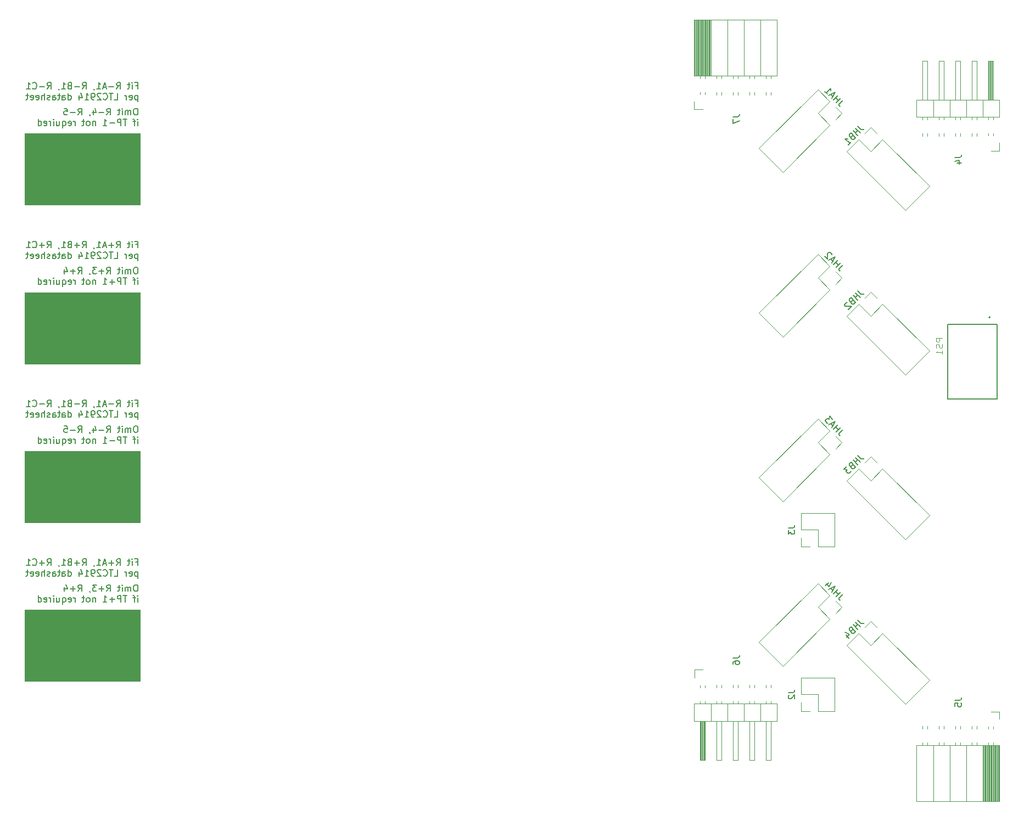
<source format=gbr>
%TF.GenerationSoftware,KiCad,Pcbnew,(5.1.10)-1*%
%TF.CreationDate,2021-11-13T17:44:38+00:00*%
%TF.ProjectId,voltmitten,766f6c74-6d69-4747-9465-6e2e6b696361,01*%
%TF.SameCoordinates,Original*%
%TF.FileFunction,Legend,Bot*%
%TF.FilePolarity,Positive*%
%FSLAX46Y46*%
G04 Gerber Fmt 4.6, Leading zero omitted, Abs format (unit mm)*
G04 Created by KiCad (PCBNEW (5.1.10)-1) date 2021-11-13 17:44:38*
%MOMM*%
%LPD*%
G01*
G04 APERTURE LIST*
%ADD10C,0.150000*%
%ADD11C,0.100000*%
%ADD12C,0.120000*%
%ADD13C,0.127000*%
%ADD14C,0.200000*%
%ADD15C,0.015000*%
G04 APERTURE END LIST*
D10*
X105093928Y-119047380D02*
X104903452Y-119047380D01*
X104808214Y-119095000D01*
X104712976Y-119190238D01*
X104665357Y-119380714D01*
X104665357Y-119714047D01*
X104712976Y-119904523D01*
X104808214Y-119999761D01*
X104903452Y-120047380D01*
X105093928Y-120047380D01*
X105189166Y-119999761D01*
X105284404Y-119904523D01*
X105332023Y-119714047D01*
X105332023Y-119380714D01*
X105284404Y-119190238D01*
X105189166Y-119095000D01*
X105093928Y-119047380D01*
X104236785Y-120047380D02*
X104236785Y-119380714D01*
X104236785Y-119475952D02*
X104189166Y-119428333D01*
X104093928Y-119380714D01*
X103951071Y-119380714D01*
X103855833Y-119428333D01*
X103808214Y-119523571D01*
X103808214Y-120047380D01*
X103808214Y-119523571D02*
X103760595Y-119428333D01*
X103665357Y-119380714D01*
X103522500Y-119380714D01*
X103427261Y-119428333D01*
X103379642Y-119523571D01*
X103379642Y-120047380D01*
X102903452Y-120047380D02*
X102903452Y-119380714D01*
X102903452Y-119047380D02*
X102951071Y-119095000D01*
X102903452Y-119142619D01*
X102855833Y-119095000D01*
X102903452Y-119047380D01*
X102903452Y-119142619D01*
X102570119Y-119380714D02*
X102189166Y-119380714D01*
X102427261Y-119047380D02*
X102427261Y-119904523D01*
X102379642Y-119999761D01*
X102284404Y-120047380D01*
X102189166Y-120047380D01*
X100522500Y-120047380D02*
X100855833Y-119571190D01*
X101093928Y-120047380D02*
X101093928Y-119047380D01*
X100712976Y-119047380D01*
X100617738Y-119095000D01*
X100570119Y-119142619D01*
X100522500Y-119237857D01*
X100522500Y-119380714D01*
X100570119Y-119475952D01*
X100617738Y-119523571D01*
X100712976Y-119571190D01*
X101093928Y-119571190D01*
X100093928Y-119666428D02*
X99332023Y-119666428D01*
X99712976Y-120047380D02*
X99712976Y-119285476D01*
X98951071Y-119047380D02*
X98332023Y-119047380D01*
X98665357Y-119428333D01*
X98522500Y-119428333D01*
X98427261Y-119475952D01*
X98379642Y-119523571D01*
X98332023Y-119618809D01*
X98332023Y-119856904D01*
X98379642Y-119952142D01*
X98427261Y-119999761D01*
X98522500Y-120047380D01*
X98808214Y-120047380D01*
X98903452Y-119999761D01*
X98951071Y-119952142D01*
X97855833Y-119999761D02*
X97855833Y-120047380D01*
X97903452Y-120142619D01*
X97951071Y-120190238D01*
X96093928Y-120047380D02*
X96427261Y-119571190D01*
X96665357Y-120047380D02*
X96665357Y-119047380D01*
X96284404Y-119047380D01*
X96189166Y-119095000D01*
X96141547Y-119142619D01*
X96093928Y-119237857D01*
X96093928Y-119380714D01*
X96141547Y-119475952D01*
X96189166Y-119523571D01*
X96284404Y-119571190D01*
X96665357Y-119571190D01*
X95665357Y-119666428D02*
X94903452Y-119666428D01*
X95284404Y-120047380D02*
X95284404Y-119285476D01*
X93998690Y-119380714D02*
X93998690Y-120047380D01*
X94236785Y-118999761D02*
X94474880Y-119714047D01*
X93855833Y-119714047D01*
X105284404Y-121697380D02*
X105284404Y-121030714D01*
X105284404Y-120697380D02*
X105332023Y-120745000D01*
X105284404Y-120792619D01*
X105236785Y-120745000D01*
X105284404Y-120697380D01*
X105284404Y-120792619D01*
X104951071Y-121030714D02*
X104570119Y-121030714D01*
X104808214Y-121697380D02*
X104808214Y-120840238D01*
X104760595Y-120745000D01*
X104665357Y-120697380D01*
X104570119Y-120697380D01*
X103617738Y-120697380D02*
X103046309Y-120697380D01*
X103332023Y-121697380D02*
X103332023Y-120697380D01*
X102712976Y-121697380D02*
X102712976Y-120697380D01*
X102332023Y-120697380D01*
X102236785Y-120745000D01*
X102189166Y-120792619D01*
X102141547Y-120887857D01*
X102141547Y-121030714D01*
X102189166Y-121125952D01*
X102236785Y-121173571D01*
X102332023Y-121221190D01*
X102712976Y-121221190D01*
X101712976Y-121316428D02*
X100951071Y-121316428D01*
X101332023Y-121697380D02*
X101332023Y-120935476D01*
X99951071Y-121697380D02*
X100522500Y-121697380D01*
X100236785Y-121697380D02*
X100236785Y-120697380D01*
X100332023Y-120840238D01*
X100427261Y-120935476D01*
X100522500Y-120983095D01*
X98760595Y-121030714D02*
X98760595Y-121697380D01*
X98760595Y-121125952D02*
X98712976Y-121078333D01*
X98617738Y-121030714D01*
X98474880Y-121030714D01*
X98379642Y-121078333D01*
X98332023Y-121173571D01*
X98332023Y-121697380D01*
X97712976Y-121697380D02*
X97808214Y-121649761D01*
X97855833Y-121602142D01*
X97903452Y-121506904D01*
X97903452Y-121221190D01*
X97855833Y-121125952D01*
X97808214Y-121078333D01*
X97712976Y-121030714D01*
X97570119Y-121030714D01*
X97474880Y-121078333D01*
X97427261Y-121125952D01*
X97379642Y-121221190D01*
X97379642Y-121506904D01*
X97427261Y-121602142D01*
X97474880Y-121649761D01*
X97570119Y-121697380D01*
X97712976Y-121697380D01*
X97093928Y-121030714D02*
X96712976Y-121030714D01*
X96951071Y-120697380D02*
X96951071Y-121554523D01*
X96903452Y-121649761D01*
X96808214Y-121697380D01*
X96712976Y-121697380D01*
X95617738Y-121697380D02*
X95617738Y-121030714D01*
X95617738Y-121221190D02*
X95570119Y-121125952D01*
X95522500Y-121078333D01*
X95427261Y-121030714D01*
X95332023Y-121030714D01*
X94617738Y-121649761D02*
X94712976Y-121697380D01*
X94903452Y-121697380D01*
X94998690Y-121649761D01*
X95046309Y-121554523D01*
X95046309Y-121173571D01*
X94998690Y-121078333D01*
X94903452Y-121030714D01*
X94712976Y-121030714D01*
X94617738Y-121078333D01*
X94570119Y-121173571D01*
X94570119Y-121268809D01*
X95046309Y-121364047D01*
X93712976Y-121030714D02*
X93712976Y-122030714D01*
X93712976Y-121649761D02*
X93808214Y-121697380D01*
X93998690Y-121697380D01*
X94093928Y-121649761D01*
X94141547Y-121602142D01*
X94189166Y-121506904D01*
X94189166Y-121221190D01*
X94141547Y-121125952D01*
X94093928Y-121078333D01*
X93998690Y-121030714D01*
X93808214Y-121030714D01*
X93712976Y-121078333D01*
X92808214Y-121030714D02*
X92808214Y-121697380D01*
X93236785Y-121030714D02*
X93236785Y-121554523D01*
X93189166Y-121649761D01*
X93093928Y-121697380D01*
X92951071Y-121697380D01*
X92855833Y-121649761D01*
X92808214Y-121602142D01*
X92332023Y-121697380D02*
X92332023Y-121030714D01*
X92332023Y-120697380D02*
X92379642Y-120745000D01*
X92332023Y-120792619D01*
X92284404Y-120745000D01*
X92332023Y-120697380D01*
X92332023Y-120792619D01*
X91855833Y-121697380D02*
X91855833Y-121030714D01*
X91855833Y-121221190D02*
X91808214Y-121125952D01*
X91760595Y-121078333D01*
X91665357Y-121030714D01*
X91570119Y-121030714D01*
X90855833Y-121649761D02*
X90951071Y-121697380D01*
X91141547Y-121697380D01*
X91236785Y-121649761D01*
X91284404Y-121554523D01*
X91284404Y-121173571D01*
X91236785Y-121078333D01*
X91141547Y-121030714D01*
X90951071Y-121030714D01*
X90855833Y-121078333D01*
X90808214Y-121173571D01*
X90808214Y-121268809D01*
X91284404Y-121364047D01*
X89951071Y-121697380D02*
X89951071Y-120697380D01*
X89951071Y-121649761D02*
X90046309Y-121697380D01*
X90236785Y-121697380D01*
X90332023Y-121649761D01*
X90379642Y-121602142D01*
X90427261Y-121506904D01*
X90427261Y-121221190D01*
X90379642Y-121125952D01*
X90332023Y-121078333D01*
X90236785Y-121030714D01*
X90046309Y-121030714D01*
X89951071Y-121078333D01*
X104951071Y-115523571D02*
X105284404Y-115523571D01*
X105284404Y-116047380D02*
X105284404Y-115047380D01*
X104808214Y-115047380D01*
X104427261Y-116047380D02*
X104427261Y-115380714D01*
X104427261Y-115047380D02*
X104474880Y-115095000D01*
X104427261Y-115142619D01*
X104379642Y-115095000D01*
X104427261Y-115047380D01*
X104427261Y-115142619D01*
X104093928Y-115380714D02*
X103712976Y-115380714D01*
X103951071Y-115047380D02*
X103951071Y-115904523D01*
X103903452Y-115999761D01*
X103808214Y-116047380D01*
X103712976Y-116047380D01*
X102046309Y-116047380D02*
X102379642Y-115571190D01*
X102617738Y-116047380D02*
X102617738Y-115047380D01*
X102236785Y-115047380D01*
X102141547Y-115095000D01*
X102093928Y-115142619D01*
X102046309Y-115237857D01*
X102046309Y-115380714D01*
X102093928Y-115475952D01*
X102141547Y-115523571D01*
X102236785Y-115571190D01*
X102617738Y-115571190D01*
X101617738Y-115666428D02*
X100855833Y-115666428D01*
X101236785Y-116047380D02*
X101236785Y-115285476D01*
X100427261Y-115761666D02*
X99951071Y-115761666D01*
X100522500Y-116047380D02*
X100189166Y-115047380D01*
X99855833Y-116047380D01*
X98998690Y-116047380D02*
X99570119Y-116047380D01*
X99284404Y-116047380D02*
X99284404Y-115047380D01*
X99379642Y-115190238D01*
X99474880Y-115285476D01*
X99570119Y-115333095D01*
X98522500Y-115999761D02*
X98522500Y-116047380D01*
X98570119Y-116142619D01*
X98617738Y-116190238D01*
X96760595Y-116047380D02*
X97093928Y-115571190D01*
X97332023Y-116047380D02*
X97332023Y-115047380D01*
X96951071Y-115047380D01*
X96855833Y-115095000D01*
X96808214Y-115142619D01*
X96760595Y-115237857D01*
X96760595Y-115380714D01*
X96808214Y-115475952D01*
X96855833Y-115523571D01*
X96951071Y-115571190D01*
X97332023Y-115571190D01*
X96332023Y-115666428D02*
X95570119Y-115666428D01*
X95951071Y-116047380D02*
X95951071Y-115285476D01*
X94760595Y-115523571D02*
X94617738Y-115571190D01*
X94570119Y-115618809D01*
X94522500Y-115714047D01*
X94522500Y-115856904D01*
X94570119Y-115952142D01*
X94617738Y-115999761D01*
X94712976Y-116047380D01*
X95093928Y-116047380D01*
X95093928Y-115047380D01*
X94760595Y-115047380D01*
X94665357Y-115095000D01*
X94617738Y-115142619D01*
X94570119Y-115237857D01*
X94570119Y-115333095D01*
X94617738Y-115428333D01*
X94665357Y-115475952D01*
X94760595Y-115523571D01*
X95093928Y-115523571D01*
X93570119Y-116047380D02*
X94141547Y-116047380D01*
X93855833Y-116047380D02*
X93855833Y-115047380D01*
X93951071Y-115190238D01*
X94046309Y-115285476D01*
X94141547Y-115333095D01*
X93093928Y-115999761D02*
X93093928Y-116047380D01*
X93141547Y-116142619D01*
X93189166Y-116190238D01*
X91332023Y-116047380D02*
X91665357Y-115571190D01*
X91903452Y-116047380D02*
X91903452Y-115047380D01*
X91522500Y-115047380D01*
X91427261Y-115095000D01*
X91379642Y-115142619D01*
X91332023Y-115237857D01*
X91332023Y-115380714D01*
X91379642Y-115475952D01*
X91427261Y-115523571D01*
X91522500Y-115571190D01*
X91903452Y-115571190D01*
X90903452Y-115666428D02*
X90141547Y-115666428D01*
X90522500Y-116047380D02*
X90522500Y-115285476D01*
X89093928Y-115952142D02*
X89141547Y-115999761D01*
X89284404Y-116047380D01*
X89379642Y-116047380D01*
X89522500Y-115999761D01*
X89617738Y-115904523D01*
X89665357Y-115809285D01*
X89712976Y-115618809D01*
X89712976Y-115475952D01*
X89665357Y-115285476D01*
X89617738Y-115190238D01*
X89522500Y-115095000D01*
X89379642Y-115047380D01*
X89284404Y-115047380D01*
X89141547Y-115095000D01*
X89093928Y-115142619D01*
X88141547Y-116047380D02*
X88712976Y-116047380D01*
X88427261Y-116047380D02*
X88427261Y-115047380D01*
X88522500Y-115190238D01*
X88617738Y-115285476D01*
X88712976Y-115333095D01*
X105284404Y-117030714D02*
X105284404Y-118030714D01*
X105284404Y-117078333D02*
X105189166Y-117030714D01*
X104998690Y-117030714D01*
X104903452Y-117078333D01*
X104855833Y-117125952D01*
X104808214Y-117221190D01*
X104808214Y-117506904D01*
X104855833Y-117602142D01*
X104903452Y-117649761D01*
X104998690Y-117697380D01*
X105189166Y-117697380D01*
X105284404Y-117649761D01*
X103998690Y-117649761D02*
X104093928Y-117697380D01*
X104284404Y-117697380D01*
X104379642Y-117649761D01*
X104427261Y-117554523D01*
X104427261Y-117173571D01*
X104379642Y-117078333D01*
X104284404Y-117030714D01*
X104093928Y-117030714D01*
X103998690Y-117078333D01*
X103951071Y-117173571D01*
X103951071Y-117268809D01*
X104427261Y-117364047D01*
X103522500Y-117697380D02*
X103522500Y-117030714D01*
X103522500Y-117221190D02*
X103474880Y-117125952D01*
X103427261Y-117078333D01*
X103332023Y-117030714D01*
X103236785Y-117030714D01*
X101665357Y-117697380D02*
X102141547Y-117697380D01*
X102141547Y-116697380D01*
X101474880Y-116697380D02*
X100903452Y-116697380D01*
X101189166Y-117697380D02*
X101189166Y-116697380D01*
X99998690Y-117602142D02*
X100046309Y-117649761D01*
X100189166Y-117697380D01*
X100284404Y-117697380D01*
X100427261Y-117649761D01*
X100522500Y-117554523D01*
X100570119Y-117459285D01*
X100617738Y-117268809D01*
X100617738Y-117125952D01*
X100570119Y-116935476D01*
X100522500Y-116840238D01*
X100427261Y-116745000D01*
X100284404Y-116697380D01*
X100189166Y-116697380D01*
X100046309Y-116745000D01*
X99998690Y-116792619D01*
X99617738Y-116792619D02*
X99570119Y-116745000D01*
X99474880Y-116697380D01*
X99236785Y-116697380D01*
X99141547Y-116745000D01*
X99093928Y-116792619D01*
X99046309Y-116887857D01*
X99046309Y-116983095D01*
X99093928Y-117125952D01*
X99665357Y-117697380D01*
X99046309Y-117697380D01*
X98570119Y-117697380D02*
X98379642Y-117697380D01*
X98284404Y-117649761D01*
X98236785Y-117602142D01*
X98141547Y-117459285D01*
X98093928Y-117268809D01*
X98093928Y-116887857D01*
X98141547Y-116792619D01*
X98189166Y-116745000D01*
X98284404Y-116697380D01*
X98474880Y-116697380D01*
X98570119Y-116745000D01*
X98617738Y-116792619D01*
X98665357Y-116887857D01*
X98665357Y-117125952D01*
X98617738Y-117221190D01*
X98570119Y-117268809D01*
X98474880Y-117316428D01*
X98284404Y-117316428D01*
X98189166Y-117268809D01*
X98141547Y-117221190D01*
X98093928Y-117125952D01*
X97141547Y-117697380D02*
X97712976Y-117697380D01*
X97427261Y-117697380D02*
X97427261Y-116697380D01*
X97522500Y-116840238D01*
X97617738Y-116935476D01*
X97712976Y-116983095D01*
X96284404Y-117030714D02*
X96284404Y-117697380D01*
X96522500Y-116649761D02*
X96760595Y-117364047D01*
X96141547Y-117364047D01*
X94570119Y-117697380D02*
X94570119Y-116697380D01*
X94570119Y-117649761D02*
X94665357Y-117697380D01*
X94855833Y-117697380D01*
X94951071Y-117649761D01*
X94998690Y-117602142D01*
X95046309Y-117506904D01*
X95046309Y-117221190D01*
X94998690Y-117125952D01*
X94951071Y-117078333D01*
X94855833Y-117030714D01*
X94665357Y-117030714D01*
X94570119Y-117078333D01*
X93665357Y-117697380D02*
X93665357Y-117173571D01*
X93712976Y-117078333D01*
X93808214Y-117030714D01*
X93998690Y-117030714D01*
X94093928Y-117078333D01*
X93665357Y-117649761D02*
X93760595Y-117697380D01*
X93998690Y-117697380D01*
X94093928Y-117649761D01*
X94141547Y-117554523D01*
X94141547Y-117459285D01*
X94093928Y-117364047D01*
X93998690Y-117316428D01*
X93760595Y-117316428D01*
X93665357Y-117268809D01*
X93332023Y-117030714D02*
X92951071Y-117030714D01*
X93189166Y-116697380D02*
X93189166Y-117554523D01*
X93141547Y-117649761D01*
X93046309Y-117697380D01*
X92951071Y-117697380D01*
X92189166Y-117697380D02*
X92189166Y-117173571D01*
X92236785Y-117078333D01*
X92332023Y-117030714D01*
X92522500Y-117030714D01*
X92617738Y-117078333D01*
X92189166Y-117649761D02*
X92284404Y-117697380D01*
X92522500Y-117697380D01*
X92617738Y-117649761D01*
X92665357Y-117554523D01*
X92665357Y-117459285D01*
X92617738Y-117364047D01*
X92522500Y-117316428D01*
X92284404Y-117316428D01*
X92189166Y-117268809D01*
X91760595Y-117649761D02*
X91665357Y-117697380D01*
X91474880Y-117697380D01*
X91379642Y-117649761D01*
X91332023Y-117554523D01*
X91332023Y-117506904D01*
X91379642Y-117411666D01*
X91474880Y-117364047D01*
X91617738Y-117364047D01*
X91712976Y-117316428D01*
X91760595Y-117221190D01*
X91760595Y-117173571D01*
X91712976Y-117078333D01*
X91617738Y-117030714D01*
X91474880Y-117030714D01*
X91379642Y-117078333D01*
X90903452Y-117697380D02*
X90903452Y-116697380D01*
X90474880Y-117697380D02*
X90474880Y-117173571D01*
X90522500Y-117078333D01*
X90617738Y-117030714D01*
X90760595Y-117030714D01*
X90855833Y-117078333D01*
X90903452Y-117125952D01*
X89617738Y-117649761D02*
X89712976Y-117697380D01*
X89903452Y-117697380D01*
X89998690Y-117649761D01*
X90046309Y-117554523D01*
X90046309Y-117173571D01*
X89998690Y-117078333D01*
X89903452Y-117030714D01*
X89712976Y-117030714D01*
X89617738Y-117078333D01*
X89570119Y-117173571D01*
X89570119Y-117268809D01*
X90046309Y-117364047D01*
X88760595Y-117649761D02*
X88855833Y-117697380D01*
X89046309Y-117697380D01*
X89141547Y-117649761D01*
X89189166Y-117554523D01*
X89189166Y-117173571D01*
X89141547Y-117078333D01*
X89046309Y-117030714D01*
X88855833Y-117030714D01*
X88760595Y-117078333D01*
X88712976Y-117173571D01*
X88712976Y-117268809D01*
X89189166Y-117364047D01*
X88427261Y-117030714D02*
X88046309Y-117030714D01*
X88284404Y-116697380D02*
X88284404Y-117554523D01*
X88236785Y-117649761D01*
X88141547Y-117697380D01*
X88046309Y-117697380D01*
D11*
G36*
X105620000Y-133920000D02*
G01*
X87870000Y-133920000D01*
X87870000Y-122920000D01*
X105620000Y-122920000D01*
X105620000Y-133920000D01*
G37*
X105620000Y-133920000D02*
X87870000Y-133920000D01*
X87870000Y-122920000D01*
X105620000Y-122920000D01*
X105620000Y-133920000D01*
D10*
X105093928Y-70047380D02*
X104903452Y-70047380D01*
X104808214Y-70095000D01*
X104712976Y-70190238D01*
X104665357Y-70380714D01*
X104665357Y-70714047D01*
X104712976Y-70904523D01*
X104808214Y-70999761D01*
X104903452Y-71047380D01*
X105093928Y-71047380D01*
X105189166Y-70999761D01*
X105284404Y-70904523D01*
X105332023Y-70714047D01*
X105332023Y-70380714D01*
X105284404Y-70190238D01*
X105189166Y-70095000D01*
X105093928Y-70047380D01*
X104236785Y-71047380D02*
X104236785Y-70380714D01*
X104236785Y-70475952D02*
X104189166Y-70428333D01*
X104093928Y-70380714D01*
X103951071Y-70380714D01*
X103855833Y-70428333D01*
X103808214Y-70523571D01*
X103808214Y-71047380D01*
X103808214Y-70523571D02*
X103760595Y-70428333D01*
X103665357Y-70380714D01*
X103522500Y-70380714D01*
X103427261Y-70428333D01*
X103379642Y-70523571D01*
X103379642Y-71047380D01*
X102903452Y-71047380D02*
X102903452Y-70380714D01*
X102903452Y-70047380D02*
X102951071Y-70095000D01*
X102903452Y-70142619D01*
X102855833Y-70095000D01*
X102903452Y-70047380D01*
X102903452Y-70142619D01*
X102570119Y-70380714D02*
X102189166Y-70380714D01*
X102427261Y-70047380D02*
X102427261Y-70904523D01*
X102379642Y-70999761D01*
X102284404Y-71047380D01*
X102189166Y-71047380D01*
X100522500Y-71047380D02*
X100855833Y-70571190D01*
X101093928Y-71047380D02*
X101093928Y-70047380D01*
X100712976Y-70047380D01*
X100617738Y-70095000D01*
X100570119Y-70142619D01*
X100522500Y-70237857D01*
X100522500Y-70380714D01*
X100570119Y-70475952D01*
X100617738Y-70523571D01*
X100712976Y-70571190D01*
X101093928Y-70571190D01*
X100093928Y-70666428D02*
X99332023Y-70666428D01*
X99712976Y-71047380D02*
X99712976Y-70285476D01*
X98951071Y-70047380D02*
X98332023Y-70047380D01*
X98665357Y-70428333D01*
X98522500Y-70428333D01*
X98427261Y-70475952D01*
X98379642Y-70523571D01*
X98332023Y-70618809D01*
X98332023Y-70856904D01*
X98379642Y-70952142D01*
X98427261Y-70999761D01*
X98522500Y-71047380D01*
X98808214Y-71047380D01*
X98903452Y-70999761D01*
X98951071Y-70952142D01*
X97855833Y-70999761D02*
X97855833Y-71047380D01*
X97903452Y-71142619D01*
X97951071Y-71190238D01*
X96093928Y-71047380D02*
X96427261Y-70571190D01*
X96665357Y-71047380D02*
X96665357Y-70047380D01*
X96284404Y-70047380D01*
X96189166Y-70095000D01*
X96141547Y-70142619D01*
X96093928Y-70237857D01*
X96093928Y-70380714D01*
X96141547Y-70475952D01*
X96189166Y-70523571D01*
X96284404Y-70571190D01*
X96665357Y-70571190D01*
X95665357Y-70666428D02*
X94903452Y-70666428D01*
X95284404Y-71047380D02*
X95284404Y-70285476D01*
X93998690Y-70380714D02*
X93998690Y-71047380D01*
X94236785Y-69999761D02*
X94474880Y-70714047D01*
X93855833Y-70714047D01*
X105284404Y-72697380D02*
X105284404Y-72030714D01*
X105284404Y-71697380D02*
X105332023Y-71745000D01*
X105284404Y-71792619D01*
X105236785Y-71745000D01*
X105284404Y-71697380D01*
X105284404Y-71792619D01*
X104951071Y-72030714D02*
X104570119Y-72030714D01*
X104808214Y-72697380D02*
X104808214Y-71840238D01*
X104760595Y-71745000D01*
X104665357Y-71697380D01*
X104570119Y-71697380D01*
X103617738Y-71697380D02*
X103046309Y-71697380D01*
X103332023Y-72697380D02*
X103332023Y-71697380D01*
X102712976Y-72697380D02*
X102712976Y-71697380D01*
X102332023Y-71697380D01*
X102236785Y-71745000D01*
X102189166Y-71792619D01*
X102141547Y-71887857D01*
X102141547Y-72030714D01*
X102189166Y-72125952D01*
X102236785Y-72173571D01*
X102332023Y-72221190D01*
X102712976Y-72221190D01*
X101712976Y-72316428D02*
X100951071Y-72316428D01*
X101332023Y-72697380D02*
X101332023Y-71935476D01*
X99951071Y-72697380D02*
X100522500Y-72697380D01*
X100236785Y-72697380D02*
X100236785Y-71697380D01*
X100332023Y-71840238D01*
X100427261Y-71935476D01*
X100522500Y-71983095D01*
X98760595Y-72030714D02*
X98760595Y-72697380D01*
X98760595Y-72125952D02*
X98712976Y-72078333D01*
X98617738Y-72030714D01*
X98474880Y-72030714D01*
X98379642Y-72078333D01*
X98332023Y-72173571D01*
X98332023Y-72697380D01*
X97712976Y-72697380D02*
X97808214Y-72649761D01*
X97855833Y-72602142D01*
X97903452Y-72506904D01*
X97903452Y-72221190D01*
X97855833Y-72125952D01*
X97808214Y-72078333D01*
X97712976Y-72030714D01*
X97570119Y-72030714D01*
X97474880Y-72078333D01*
X97427261Y-72125952D01*
X97379642Y-72221190D01*
X97379642Y-72506904D01*
X97427261Y-72602142D01*
X97474880Y-72649761D01*
X97570119Y-72697380D01*
X97712976Y-72697380D01*
X97093928Y-72030714D02*
X96712976Y-72030714D01*
X96951071Y-71697380D02*
X96951071Y-72554523D01*
X96903452Y-72649761D01*
X96808214Y-72697380D01*
X96712976Y-72697380D01*
X95617738Y-72697380D02*
X95617738Y-72030714D01*
X95617738Y-72221190D02*
X95570119Y-72125952D01*
X95522500Y-72078333D01*
X95427261Y-72030714D01*
X95332023Y-72030714D01*
X94617738Y-72649761D02*
X94712976Y-72697380D01*
X94903452Y-72697380D01*
X94998690Y-72649761D01*
X95046309Y-72554523D01*
X95046309Y-72173571D01*
X94998690Y-72078333D01*
X94903452Y-72030714D01*
X94712976Y-72030714D01*
X94617738Y-72078333D01*
X94570119Y-72173571D01*
X94570119Y-72268809D01*
X95046309Y-72364047D01*
X93712976Y-72030714D02*
X93712976Y-73030714D01*
X93712976Y-72649761D02*
X93808214Y-72697380D01*
X93998690Y-72697380D01*
X94093928Y-72649761D01*
X94141547Y-72602142D01*
X94189166Y-72506904D01*
X94189166Y-72221190D01*
X94141547Y-72125952D01*
X94093928Y-72078333D01*
X93998690Y-72030714D01*
X93808214Y-72030714D01*
X93712976Y-72078333D01*
X92808214Y-72030714D02*
X92808214Y-72697380D01*
X93236785Y-72030714D02*
X93236785Y-72554523D01*
X93189166Y-72649761D01*
X93093928Y-72697380D01*
X92951071Y-72697380D01*
X92855833Y-72649761D01*
X92808214Y-72602142D01*
X92332023Y-72697380D02*
X92332023Y-72030714D01*
X92332023Y-71697380D02*
X92379642Y-71745000D01*
X92332023Y-71792619D01*
X92284404Y-71745000D01*
X92332023Y-71697380D01*
X92332023Y-71792619D01*
X91855833Y-72697380D02*
X91855833Y-72030714D01*
X91855833Y-72221190D02*
X91808214Y-72125952D01*
X91760595Y-72078333D01*
X91665357Y-72030714D01*
X91570119Y-72030714D01*
X90855833Y-72649761D02*
X90951071Y-72697380D01*
X91141547Y-72697380D01*
X91236785Y-72649761D01*
X91284404Y-72554523D01*
X91284404Y-72173571D01*
X91236785Y-72078333D01*
X91141547Y-72030714D01*
X90951071Y-72030714D01*
X90855833Y-72078333D01*
X90808214Y-72173571D01*
X90808214Y-72268809D01*
X91284404Y-72364047D01*
X89951071Y-72697380D02*
X89951071Y-71697380D01*
X89951071Y-72649761D02*
X90046309Y-72697380D01*
X90236785Y-72697380D01*
X90332023Y-72649761D01*
X90379642Y-72602142D01*
X90427261Y-72506904D01*
X90427261Y-72221190D01*
X90379642Y-72125952D01*
X90332023Y-72078333D01*
X90236785Y-72030714D01*
X90046309Y-72030714D01*
X89951071Y-72078333D01*
X104951071Y-66523571D02*
X105284404Y-66523571D01*
X105284404Y-67047380D02*
X105284404Y-66047380D01*
X104808214Y-66047380D01*
X104427261Y-67047380D02*
X104427261Y-66380714D01*
X104427261Y-66047380D02*
X104474880Y-66095000D01*
X104427261Y-66142619D01*
X104379642Y-66095000D01*
X104427261Y-66047380D01*
X104427261Y-66142619D01*
X104093928Y-66380714D02*
X103712976Y-66380714D01*
X103951071Y-66047380D02*
X103951071Y-66904523D01*
X103903452Y-66999761D01*
X103808214Y-67047380D01*
X103712976Y-67047380D01*
X102046309Y-67047380D02*
X102379642Y-66571190D01*
X102617738Y-67047380D02*
X102617738Y-66047380D01*
X102236785Y-66047380D01*
X102141547Y-66095000D01*
X102093928Y-66142619D01*
X102046309Y-66237857D01*
X102046309Y-66380714D01*
X102093928Y-66475952D01*
X102141547Y-66523571D01*
X102236785Y-66571190D01*
X102617738Y-66571190D01*
X101617738Y-66666428D02*
X100855833Y-66666428D01*
X101236785Y-67047380D02*
X101236785Y-66285476D01*
X100427261Y-66761666D02*
X99951071Y-66761666D01*
X100522500Y-67047380D02*
X100189166Y-66047380D01*
X99855833Y-67047380D01*
X98998690Y-67047380D02*
X99570119Y-67047380D01*
X99284404Y-67047380D02*
X99284404Y-66047380D01*
X99379642Y-66190238D01*
X99474880Y-66285476D01*
X99570119Y-66333095D01*
X98522500Y-66999761D02*
X98522500Y-67047380D01*
X98570119Y-67142619D01*
X98617738Y-67190238D01*
X96760595Y-67047380D02*
X97093928Y-66571190D01*
X97332023Y-67047380D02*
X97332023Y-66047380D01*
X96951071Y-66047380D01*
X96855833Y-66095000D01*
X96808214Y-66142619D01*
X96760595Y-66237857D01*
X96760595Y-66380714D01*
X96808214Y-66475952D01*
X96855833Y-66523571D01*
X96951071Y-66571190D01*
X97332023Y-66571190D01*
X96332023Y-66666428D02*
X95570119Y-66666428D01*
X95951071Y-67047380D02*
X95951071Y-66285476D01*
X94760595Y-66523571D02*
X94617738Y-66571190D01*
X94570119Y-66618809D01*
X94522500Y-66714047D01*
X94522500Y-66856904D01*
X94570119Y-66952142D01*
X94617738Y-66999761D01*
X94712976Y-67047380D01*
X95093928Y-67047380D01*
X95093928Y-66047380D01*
X94760595Y-66047380D01*
X94665357Y-66095000D01*
X94617738Y-66142619D01*
X94570119Y-66237857D01*
X94570119Y-66333095D01*
X94617738Y-66428333D01*
X94665357Y-66475952D01*
X94760595Y-66523571D01*
X95093928Y-66523571D01*
X93570119Y-67047380D02*
X94141547Y-67047380D01*
X93855833Y-67047380D02*
X93855833Y-66047380D01*
X93951071Y-66190238D01*
X94046309Y-66285476D01*
X94141547Y-66333095D01*
X93093928Y-66999761D02*
X93093928Y-67047380D01*
X93141547Y-67142619D01*
X93189166Y-67190238D01*
X91332023Y-67047380D02*
X91665357Y-66571190D01*
X91903452Y-67047380D02*
X91903452Y-66047380D01*
X91522500Y-66047380D01*
X91427261Y-66095000D01*
X91379642Y-66142619D01*
X91332023Y-66237857D01*
X91332023Y-66380714D01*
X91379642Y-66475952D01*
X91427261Y-66523571D01*
X91522500Y-66571190D01*
X91903452Y-66571190D01*
X90903452Y-66666428D02*
X90141547Y-66666428D01*
X90522500Y-67047380D02*
X90522500Y-66285476D01*
X89093928Y-66952142D02*
X89141547Y-66999761D01*
X89284404Y-67047380D01*
X89379642Y-67047380D01*
X89522500Y-66999761D01*
X89617738Y-66904523D01*
X89665357Y-66809285D01*
X89712976Y-66618809D01*
X89712976Y-66475952D01*
X89665357Y-66285476D01*
X89617738Y-66190238D01*
X89522500Y-66095000D01*
X89379642Y-66047380D01*
X89284404Y-66047380D01*
X89141547Y-66095000D01*
X89093928Y-66142619D01*
X88141547Y-67047380D02*
X88712976Y-67047380D01*
X88427261Y-67047380D02*
X88427261Y-66047380D01*
X88522500Y-66190238D01*
X88617738Y-66285476D01*
X88712976Y-66333095D01*
X105284404Y-68030714D02*
X105284404Y-69030714D01*
X105284404Y-68078333D02*
X105189166Y-68030714D01*
X104998690Y-68030714D01*
X104903452Y-68078333D01*
X104855833Y-68125952D01*
X104808214Y-68221190D01*
X104808214Y-68506904D01*
X104855833Y-68602142D01*
X104903452Y-68649761D01*
X104998690Y-68697380D01*
X105189166Y-68697380D01*
X105284404Y-68649761D01*
X103998690Y-68649761D02*
X104093928Y-68697380D01*
X104284404Y-68697380D01*
X104379642Y-68649761D01*
X104427261Y-68554523D01*
X104427261Y-68173571D01*
X104379642Y-68078333D01*
X104284404Y-68030714D01*
X104093928Y-68030714D01*
X103998690Y-68078333D01*
X103951071Y-68173571D01*
X103951071Y-68268809D01*
X104427261Y-68364047D01*
X103522500Y-68697380D02*
X103522500Y-68030714D01*
X103522500Y-68221190D02*
X103474880Y-68125952D01*
X103427261Y-68078333D01*
X103332023Y-68030714D01*
X103236785Y-68030714D01*
X101665357Y-68697380D02*
X102141547Y-68697380D01*
X102141547Y-67697380D01*
X101474880Y-67697380D02*
X100903452Y-67697380D01*
X101189166Y-68697380D02*
X101189166Y-67697380D01*
X99998690Y-68602142D02*
X100046309Y-68649761D01*
X100189166Y-68697380D01*
X100284404Y-68697380D01*
X100427261Y-68649761D01*
X100522500Y-68554523D01*
X100570119Y-68459285D01*
X100617738Y-68268809D01*
X100617738Y-68125952D01*
X100570119Y-67935476D01*
X100522500Y-67840238D01*
X100427261Y-67745000D01*
X100284404Y-67697380D01*
X100189166Y-67697380D01*
X100046309Y-67745000D01*
X99998690Y-67792619D01*
X99617738Y-67792619D02*
X99570119Y-67745000D01*
X99474880Y-67697380D01*
X99236785Y-67697380D01*
X99141547Y-67745000D01*
X99093928Y-67792619D01*
X99046309Y-67887857D01*
X99046309Y-67983095D01*
X99093928Y-68125952D01*
X99665357Y-68697380D01*
X99046309Y-68697380D01*
X98570119Y-68697380D02*
X98379642Y-68697380D01*
X98284404Y-68649761D01*
X98236785Y-68602142D01*
X98141547Y-68459285D01*
X98093928Y-68268809D01*
X98093928Y-67887857D01*
X98141547Y-67792619D01*
X98189166Y-67745000D01*
X98284404Y-67697380D01*
X98474880Y-67697380D01*
X98570119Y-67745000D01*
X98617738Y-67792619D01*
X98665357Y-67887857D01*
X98665357Y-68125952D01*
X98617738Y-68221190D01*
X98570119Y-68268809D01*
X98474880Y-68316428D01*
X98284404Y-68316428D01*
X98189166Y-68268809D01*
X98141547Y-68221190D01*
X98093928Y-68125952D01*
X97141547Y-68697380D02*
X97712976Y-68697380D01*
X97427261Y-68697380D02*
X97427261Y-67697380D01*
X97522500Y-67840238D01*
X97617738Y-67935476D01*
X97712976Y-67983095D01*
X96284404Y-68030714D02*
X96284404Y-68697380D01*
X96522500Y-67649761D02*
X96760595Y-68364047D01*
X96141547Y-68364047D01*
X94570119Y-68697380D02*
X94570119Y-67697380D01*
X94570119Y-68649761D02*
X94665357Y-68697380D01*
X94855833Y-68697380D01*
X94951071Y-68649761D01*
X94998690Y-68602142D01*
X95046309Y-68506904D01*
X95046309Y-68221190D01*
X94998690Y-68125952D01*
X94951071Y-68078333D01*
X94855833Y-68030714D01*
X94665357Y-68030714D01*
X94570119Y-68078333D01*
X93665357Y-68697380D02*
X93665357Y-68173571D01*
X93712976Y-68078333D01*
X93808214Y-68030714D01*
X93998690Y-68030714D01*
X94093928Y-68078333D01*
X93665357Y-68649761D02*
X93760595Y-68697380D01*
X93998690Y-68697380D01*
X94093928Y-68649761D01*
X94141547Y-68554523D01*
X94141547Y-68459285D01*
X94093928Y-68364047D01*
X93998690Y-68316428D01*
X93760595Y-68316428D01*
X93665357Y-68268809D01*
X93332023Y-68030714D02*
X92951071Y-68030714D01*
X93189166Y-67697380D02*
X93189166Y-68554523D01*
X93141547Y-68649761D01*
X93046309Y-68697380D01*
X92951071Y-68697380D01*
X92189166Y-68697380D02*
X92189166Y-68173571D01*
X92236785Y-68078333D01*
X92332023Y-68030714D01*
X92522500Y-68030714D01*
X92617738Y-68078333D01*
X92189166Y-68649761D02*
X92284404Y-68697380D01*
X92522500Y-68697380D01*
X92617738Y-68649761D01*
X92665357Y-68554523D01*
X92665357Y-68459285D01*
X92617738Y-68364047D01*
X92522500Y-68316428D01*
X92284404Y-68316428D01*
X92189166Y-68268809D01*
X91760595Y-68649761D02*
X91665357Y-68697380D01*
X91474880Y-68697380D01*
X91379642Y-68649761D01*
X91332023Y-68554523D01*
X91332023Y-68506904D01*
X91379642Y-68411666D01*
X91474880Y-68364047D01*
X91617738Y-68364047D01*
X91712976Y-68316428D01*
X91760595Y-68221190D01*
X91760595Y-68173571D01*
X91712976Y-68078333D01*
X91617738Y-68030714D01*
X91474880Y-68030714D01*
X91379642Y-68078333D01*
X90903452Y-68697380D02*
X90903452Y-67697380D01*
X90474880Y-68697380D02*
X90474880Y-68173571D01*
X90522500Y-68078333D01*
X90617738Y-68030714D01*
X90760595Y-68030714D01*
X90855833Y-68078333D01*
X90903452Y-68125952D01*
X89617738Y-68649761D02*
X89712976Y-68697380D01*
X89903452Y-68697380D01*
X89998690Y-68649761D01*
X90046309Y-68554523D01*
X90046309Y-68173571D01*
X89998690Y-68078333D01*
X89903452Y-68030714D01*
X89712976Y-68030714D01*
X89617738Y-68078333D01*
X89570119Y-68173571D01*
X89570119Y-68268809D01*
X90046309Y-68364047D01*
X88760595Y-68649761D02*
X88855833Y-68697380D01*
X89046309Y-68697380D01*
X89141547Y-68649761D01*
X89189166Y-68554523D01*
X89189166Y-68173571D01*
X89141547Y-68078333D01*
X89046309Y-68030714D01*
X88855833Y-68030714D01*
X88760595Y-68078333D01*
X88712976Y-68173571D01*
X88712976Y-68268809D01*
X89189166Y-68364047D01*
X88427261Y-68030714D02*
X88046309Y-68030714D01*
X88284404Y-67697380D02*
X88284404Y-68554523D01*
X88236785Y-68649761D01*
X88141547Y-68697380D01*
X88046309Y-68697380D01*
D11*
G36*
X105620000Y-84920000D02*
G01*
X87870000Y-84920000D01*
X87870000Y-73920000D01*
X105620000Y-73920000D01*
X105620000Y-84920000D01*
G37*
X105620000Y-84920000D02*
X87870000Y-84920000D01*
X87870000Y-73920000D01*
X105620000Y-73920000D01*
X105620000Y-84920000D01*
D10*
X105093928Y-94547380D02*
X104903452Y-94547380D01*
X104808214Y-94595000D01*
X104712976Y-94690238D01*
X104665357Y-94880714D01*
X104665357Y-95214047D01*
X104712976Y-95404523D01*
X104808214Y-95499761D01*
X104903452Y-95547380D01*
X105093928Y-95547380D01*
X105189166Y-95499761D01*
X105284404Y-95404523D01*
X105332023Y-95214047D01*
X105332023Y-94880714D01*
X105284404Y-94690238D01*
X105189166Y-94595000D01*
X105093928Y-94547380D01*
X104236785Y-95547380D02*
X104236785Y-94880714D01*
X104236785Y-94975952D02*
X104189166Y-94928333D01*
X104093928Y-94880714D01*
X103951071Y-94880714D01*
X103855833Y-94928333D01*
X103808214Y-95023571D01*
X103808214Y-95547380D01*
X103808214Y-95023571D02*
X103760595Y-94928333D01*
X103665357Y-94880714D01*
X103522500Y-94880714D01*
X103427261Y-94928333D01*
X103379642Y-95023571D01*
X103379642Y-95547380D01*
X102903452Y-95547380D02*
X102903452Y-94880714D01*
X102903452Y-94547380D02*
X102951071Y-94595000D01*
X102903452Y-94642619D01*
X102855833Y-94595000D01*
X102903452Y-94547380D01*
X102903452Y-94642619D01*
X102570119Y-94880714D02*
X102189166Y-94880714D01*
X102427261Y-94547380D02*
X102427261Y-95404523D01*
X102379642Y-95499761D01*
X102284404Y-95547380D01*
X102189166Y-95547380D01*
X100522500Y-95547380D02*
X100855833Y-95071190D01*
X101093928Y-95547380D02*
X101093928Y-94547380D01*
X100712976Y-94547380D01*
X100617738Y-94595000D01*
X100570119Y-94642619D01*
X100522500Y-94737857D01*
X100522500Y-94880714D01*
X100570119Y-94975952D01*
X100617738Y-95023571D01*
X100712976Y-95071190D01*
X101093928Y-95071190D01*
X100093928Y-95166428D02*
X99332023Y-95166428D01*
X98427261Y-94880714D02*
X98427261Y-95547380D01*
X98665357Y-94499761D02*
X98903452Y-95214047D01*
X98284404Y-95214047D01*
X97855833Y-95499761D02*
X97855833Y-95547380D01*
X97903452Y-95642619D01*
X97951071Y-95690238D01*
X96093928Y-95547380D02*
X96427261Y-95071190D01*
X96665357Y-95547380D02*
X96665357Y-94547380D01*
X96284404Y-94547380D01*
X96189166Y-94595000D01*
X96141547Y-94642619D01*
X96093928Y-94737857D01*
X96093928Y-94880714D01*
X96141547Y-94975952D01*
X96189166Y-95023571D01*
X96284404Y-95071190D01*
X96665357Y-95071190D01*
X95665357Y-95166428D02*
X94903452Y-95166428D01*
X93951071Y-94547380D02*
X94427261Y-94547380D01*
X94474880Y-95023571D01*
X94427261Y-94975952D01*
X94332023Y-94928333D01*
X94093928Y-94928333D01*
X93998690Y-94975952D01*
X93951071Y-95023571D01*
X93903452Y-95118809D01*
X93903452Y-95356904D01*
X93951071Y-95452142D01*
X93998690Y-95499761D01*
X94093928Y-95547380D01*
X94332023Y-95547380D01*
X94427261Y-95499761D01*
X94474880Y-95452142D01*
X105284404Y-97197380D02*
X105284404Y-96530714D01*
X105284404Y-96197380D02*
X105332023Y-96245000D01*
X105284404Y-96292619D01*
X105236785Y-96245000D01*
X105284404Y-96197380D01*
X105284404Y-96292619D01*
X104951071Y-96530714D02*
X104570119Y-96530714D01*
X104808214Y-97197380D02*
X104808214Y-96340238D01*
X104760595Y-96245000D01*
X104665357Y-96197380D01*
X104570119Y-96197380D01*
X103617738Y-96197380D02*
X103046309Y-96197380D01*
X103332023Y-97197380D02*
X103332023Y-96197380D01*
X102712976Y-97197380D02*
X102712976Y-96197380D01*
X102332023Y-96197380D01*
X102236785Y-96245000D01*
X102189166Y-96292619D01*
X102141547Y-96387857D01*
X102141547Y-96530714D01*
X102189166Y-96625952D01*
X102236785Y-96673571D01*
X102332023Y-96721190D01*
X102712976Y-96721190D01*
X101712976Y-96816428D02*
X100951071Y-96816428D01*
X99951071Y-97197380D02*
X100522500Y-97197380D01*
X100236785Y-97197380D02*
X100236785Y-96197380D01*
X100332023Y-96340238D01*
X100427261Y-96435476D01*
X100522500Y-96483095D01*
X98760595Y-96530714D02*
X98760595Y-97197380D01*
X98760595Y-96625952D02*
X98712976Y-96578333D01*
X98617738Y-96530714D01*
X98474880Y-96530714D01*
X98379642Y-96578333D01*
X98332023Y-96673571D01*
X98332023Y-97197380D01*
X97712976Y-97197380D02*
X97808214Y-97149761D01*
X97855833Y-97102142D01*
X97903452Y-97006904D01*
X97903452Y-96721190D01*
X97855833Y-96625952D01*
X97808214Y-96578333D01*
X97712976Y-96530714D01*
X97570119Y-96530714D01*
X97474880Y-96578333D01*
X97427261Y-96625952D01*
X97379642Y-96721190D01*
X97379642Y-97006904D01*
X97427261Y-97102142D01*
X97474880Y-97149761D01*
X97570119Y-97197380D01*
X97712976Y-97197380D01*
X97093928Y-96530714D02*
X96712976Y-96530714D01*
X96951071Y-96197380D02*
X96951071Y-97054523D01*
X96903452Y-97149761D01*
X96808214Y-97197380D01*
X96712976Y-97197380D01*
X95617738Y-97197380D02*
X95617738Y-96530714D01*
X95617738Y-96721190D02*
X95570119Y-96625952D01*
X95522500Y-96578333D01*
X95427261Y-96530714D01*
X95332023Y-96530714D01*
X94617738Y-97149761D02*
X94712976Y-97197380D01*
X94903452Y-97197380D01*
X94998690Y-97149761D01*
X95046309Y-97054523D01*
X95046309Y-96673571D01*
X94998690Y-96578333D01*
X94903452Y-96530714D01*
X94712976Y-96530714D01*
X94617738Y-96578333D01*
X94570119Y-96673571D01*
X94570119Y-96768809D01*
X95046309Y-96864047D01*
X93712976Y-96530714D02*
X93712976Y-97530714D01*
X93712976Y-97149761D02*
X93808214Y-97197380D01*
X93998690Y-97197380D01*
X94093928Y-97149761D01*
X94141547Y-97102142D01*
X94189166Y-97006904D01*
X94189166Y-96721190D01*
X94141547Y-96625952D01*
X94093928Y-96578333D01*
X93998690Y-96530714D01*
X93808214Y-96530714D01*
X93712976Y-96578333D01*
X92808214Y-96530714D02*
X92808214Y-97197380D01*
X93236785Y-96530714D02*
X93236785Y-97054523D01*
X93189166Y-97149761D01*
X93093928Y-97197380D01*
X92951071Y-97197380D01*
X92855833Y-97149761D01*
X92808214Y-97102142D01*
X92332023Y-97197380D02*
X92332023Y-96530714D01*
X92332023Y-96197380D02*
X92379642Y-96245000D01*
X92332023Y-96292619D01*
X92284404Y-96245000D01*
X92332023Y-96197380D01*
X92332023Y-96292619D01*
X91855833Y-97197380D02*
X91855833Y-96530714D01*
X91855833Y-96721190D02*
X91808214Y-96625952D01*
X91760595Y-96578333D01*
X91665357Y-96530714D01*
X91570119Y-96530714D01*
X90855833Y-97149761D02*
X90951071Y-97197380D01*
X91141547Y-97197380D01*
X91236785Y-97149761D01*
X91284404Y-97054523D01*
X91284404Y-96673571D01*
X91236785Y-96578333D01*
X91141547Y-96530714D01*
X90951071Y-96530714D01*
X90855833Y-96578333D01*
X90808214Y-96673571D01*
X90808214Y-96768809D01*
X91284404Y-96864047D01*
X89951071Y-97197380D02*
X89951071Y-96197380D01*
X89951071Y-97149761D02*
X90046309Y-97197380D01*
X90236785Y-97197380D01*
X90332023Y-97149761D01*
X90379642Y-97102142D01*
X90427261Y-97006904D01*
X90427261Y-96721190D01*
X90379642Y-96625952D01*
X90332023Y-96578333D01*
X90236785Y-96530714D01*
X90046309Y-96530714D01*
X89951071Y-96578333D01*
X104951071Y-91023571D02*
X105284404Y-91023571D01*
X105284404Y-91547380D02*
X105284404Y-90547380D01*
X104808214Y-90547380D01*
X104427261Y-91547380D02*
X104427261Y-90880714D01*
X104427261Y-90547380D02*
X104474880Y-90595000D01*
X104427261Y-90642619D01*
X104379642Y-90595000D01*
X104427261Y-90547380D01*
X104427261Y-90642619D01*
X104093928Y-90880714D02*
X103712976Y-90880714D01*
X103951071Y-90547380D02*
X103951071Y-91404523D01*
X103903452Y-91499761D01*
X103808214Y-91547380D01*
X103712976Y-91547380D01*
X102046309Y-91547380D02*
X102379642Y-91071190D01*
X102617738Y-91547380D02*
X102617738Y-90547380D01*
X102236785Y-90547380D01*
X102141547Y-90595000D01*
X102093928Y-90642619D01*
X102046309Y-90737857D01*
X102046309Y-90880714D01*
X102093928Y-90975952D01*
X102141547Y-91023571D01*
X102236785Y-91071190D01*
X102617738Y-91071190D01*
X101617738Y-91166428D02*
X100855833Y-91166428D01*
X100427261Y-91261666D02*
X99951071Y-91261666D01*
X100522500Y-91547380D02*
X100189166Y-90547380D01*
X99855833Y-91547380D01*
X98998690Y-91547380D02*
X99570119Y-91547380D01*
X99284404Y-91547380D02*
X99284404Y-90547380D01*
X99379642Y-90690238D01*
X99474880Y-90785476D01*
X99570119Y-90833095D01*
X98522500Y-91499761D02*
X98522500Y-91547380D01*
X98570119Y-91642619D01*
X98617738Y-91690238D01*
X96760595Y-91547380D02*
X97093928Y-91071190D01*
X97332023Y-91547380D02*
X97332023Y-90547380D01*
X96951071Y-90547380D01*
X96855833Y-90595000D01*
X96808214Y-90642619D01*
X96760595Y-90737857D01*
X96760595Y-90880714D01*
X96808214Y-90975952D01*
X96855833Y-91023571D01*
X96951071Y-91071190D01*
X97332023Y-91071190D01*
X96332023Y-91166428D02*
X95570119Y-91166428D01*
X94760595Y-91023571D02*
X94617738Y-91071190D01*
X94570119Y-91118809D01*
X94522500Y-91214047D01*
X94522500Y-91356904D01*
X94570119Y-91452142D01*
X94617738Y-91499761D01*
X94712976Y-91547380D01*
X95093928Y-91547380D01*
X95093928Y-90547380D01*
X94760595Y-90547380D01*
X94665357Y-90595000D01*
X94617738Y-90642619D01*
X94570119Y-90737857D01*
X94570119Y-90833095D01*
X94617738Y-90928333D01*
X94665357Y-90975952D01*
X94760595Y-91023571D01*
X95093928Y-91023571D01*
X93570119Y-91547380D02*
X94141547Y-91547380D01*
X93855833Y-91547380D02*
X93855833Y-90547380D01*
X93951071Y-90690238D01*
X94046309Y-90785476D01*
X94141547Y-90833095D01*
X93093928Y-91499761D02*
X93093928Y-91547380D01*
X93141547Y-91642619D01*
X93189166Y-91690238D01*
X91332023Y-91547380D02*
X91665357Y-91071190D01*
X91903452Y-91547380D02*
X91903452Y-90547380D01*
X91522500Y-90547380D01*
X91427261Y-90595000D01*
X91379642Y-90642619D01*
X91332023Y-90737857D01*
X91332023Y-90880714D01*
X91379642Y-90975952D01*
X91427261Y-91023571D01*
X91522500Y-91071190D01*
X91903452Y-91071190D01*
X90903452Y-91166428D02*
X90141547Y-91166428D01*
X89093928Y-91452142D02*
X89141547Y-91499761D01*
X89284404Y-91547380D01*
X89379642Y-91547380D01*
X89522500Y-91499761D01*
X89617738Y-91404523D01*
X89665357Y-91309285D01*
X89712976Y-91118809D01*
X89712976Y-90975952D01*
X89665357Y-90785476D01*
X89617738Y-90690238D01*
X89522500Y-90595000D01*
X89379642Y-90547380D01*
X89284404Y-90547380D01*
X89141547Y-90595000D01*
X89093928Y-90642619D01*
X88141547Y-91547380D02*
X88712976Y-91547380D01*
X88427261Y-91547380D02*
X88427261Y-90547380D01*
X88522500Y-90690238D01*
X88617738Y-90785476D01*
X88712976Y-90833095D01*
X105284404Y-92530714D02*
X105284404Y-93530714D01*
X105284404Y-92578333D02*
X105189166Y-92530714D01*
X104998690Y-92530714D01*
X104903452Y-92578333D01*
X104855833Y-92625952D01*
X104808214Y-92721190D01*
X104808214Y-93006904D01*
X104855833Y-93102142D01*
X104903452Y-93149761D01*
X104998690Y-93197380D01*
X105189166Y-93197380D01*
X105284404Y-93149761D01*
X103998690Y-93149761D02*
X104093928Y-93197380D01*
X104284404Y-93197380D01*
X104379642Y-93149761D01*
X104427261Y-93054523D01*
X104427261Y-92673571D01*
X104379642Y-92578333D01*
X104284404Y-92530714D01*
X104093928Y-92530714D01*
X103998690Y-92578333D01*
X103951071Y-92673571D01*
X103951071Y-92768809D01*
X104427261Y-92864047D01*
X103522500Y-93197380D02*
X103522500Y-92530714D01*
X103522500Y-92721190D02*
X103474880Y-92625952D01*
X103427261Y-92578333D01*
X103332023Y-92530714D01*
X103236785Y-92530714D01*
X101665357Y-93197380D02*
X102141547Y-93197380D01*
X102141547Y-92197380D01*
X101474880Y-92197380D02*
X100903452Y-92197380D01*
X101189166Y-93197380D02*
X101189166Y-92197380D01*
X99998690Y-93102142D02*
X100046309Y-93149761D01*
X100189166Y-93197380D01*
X100284404Y-93197380D01*
X100427261Y-93149761D01*
X100522500Y-93054523D01*
X100570119Y-92959285D01*
X100617738Y-92768809D01*
X100617738Y-92625952D01*
X100570119Y-92435476D01*
X100522500Y-92340238D01*
X100427261Y-92245000D01*
X100284404Y-92197380D01*
X100189166Y-92197380D01*
X100046309Y-92245000D01*
X99998690Y-92292619D01*
X99617738Y-92292619D02*
X99570119Y-92245000D01*
X99474880Y-92197380D01*
X99236785Y-92197380D01*
X99141547Y-92245000D01*
X99093928Y-92292619D01*
X99046309Y-92387857D01*
X99046309Y-92483095D01*
X99093928Y-92625952D01*
X99665357Y-93197380D01*
X99046309Y-93197380D01*
X98570119Y-93197380D02*
X98379642Y-93197380D01*
X98284404Y-93149761D01*
X98236785Y-93102142D01*
X98141547Y-92959285D01*
X98093928Y-92768809D01*
X98093928Y-92387857D01*
X98141547Y-92292619D01*
X98189166Y-92245000D01*
X98284404Y-92197380D01*
X98474880Y-92197380D01*
X98570119Y-92245000D01*
X98617738Y-92292619D01*
X98665357Y-92387857D01*
X98665357Y-92625952D01*
X98617738Y-92721190D01*
X98570119Y-92768809D01*
X98474880Y-92816428D01*
X98284404Y-92816428D01*
X98189166Y-92768809D01*
X98141547Y-92721190D01*
X98093928Y-92625952D01*
X97141547Y-93197380D02*
X97712976Y-93197380D01*
X97427261Y-93197380D02*
X97427261Y-92197380D01*
X97522500Y-92340238D01*
X97617738Y-92435476D01*
X97712976Y-92483095D01*
X96284404Y-92530714D02*
X96284404Y-93197380D01*
X96522500Y-92149761D02*
X96760595Y-92864047D01*
X96141547Y-92864047D01*
X94570119Y-93197380D02*
X94570119Y-92197380D01*
X94570119Y-93149761D02*
X94665357Y-93197380D01*
X94855833Y-93197380D01*
X94951071Y-93149761D01*
X94998690Y-93102142D01*
X95046309Y-93006904D01*
X95046309Y-92721190D01*
X94998690Y-92625952D01*
X94951071Y-92578333D01*
X94855833Y-92530714D01*
X94665357Y-92530714D01*
X94570119Y-92578333D01*
X93665357Y-93197380D02*
X93665357Y-92673571D01*
X93712976Y-92578333D01*
X93808214Y-92530714D01*
X93998690Y-92530714D01*
X94093928Y-92578333D01*
X93665357Y-93149761D02*
X93760595Y-93197380D01*
X93998690Y-93197380D01*
X94093928Y-93149761D01*
X94141547Y-93054523D01*
X94141547Y-92959285D01*
X94093928Y-92864047D01*
X93998690Y-92816428D01*
X93760595Y-92816428D01*
X93665357Y-92768809D01*
X93332023Y-92530714D02*
X92951071Y-92530714D01*
X93189166Y-92197380D02*
X93189166Y-93054523D01*
X93141547Y-93149761D01*
X93046309Y-93197380D01*
X92951071Y-93197380D01*
X92189166Y-93197380D02*
X92189166Y-92673571D01*
X92236785Y-92578333D01*
X92332023Y-92530714D01*
X92522500Y-92530714D01*
X92617738Y-92578333D01*
X92189166Y-93149761D02*
X92284404Y-93197380D01*
X92522500Y-93197380D01*
X92617738Y-93149761D01*
X92665357Y-93054523D01*
X92665357Y-92959285D01*
X92617738Y-92864047D01*
X92522500Y-92816428D01*
X92284404Y-92816428D01*
X92189166Y-92768809D01*
X91760595Y-93149761D02*
X91665357Y-93197380D01*
X91474880Y-93197380D01*
X91379642Y-93149761D01*
X91332023Y-93054523D01*
X91332023Y-93006904D01*
X91379642Y-92911666D01*
X91474880Y-92864047D01*
X91617738Y-92864047D01*
X91712976Y-92816428D01*
X91760595Y-92721190D01*
X91760595Y-92673571D01*
X91712976Y-92578333D01*
X91617738Y-92530714D01*
X91474880Y-92530714D01*
X91379642Y-92578333D01*
X90903452Y-93197380D02*
X90903452Y-92197380D01*
X90474880Y-93197380D02*
X90474880Y-92673571D01*
X90522500Y-92578333D01*
X90617738Y-92530714D01*
X90760595Y-92530714D01*
X90855833Y-92578333D01*
X90903452Y-92625952D01*
X89617738Y-93149761D02*
X89712976Y-93197380D01*
X89903452Y-93197380D01*
X89998690Y-93149761D01*
X90046309Y-93054523D01*
X90046309Y-92673571D01*
X89998690Y-92578333D01*
X89903452Y-92530714D01*
X89712976Y-92530714D01*
X89617738Y-92578333D01*
X89570119Y-92673571D01*
X89570119Y-92768809D01*
X90046309Y-92864047D01*
X88760595Y-93149761D02*
X88855833Y-93197380D01*
X89046309Y-93197380D01*
X89141547Y-93149761D01*
X89189166Y-93054523D01*
X89189166Y-92673571D01*
X89141547Y-92578333D01*
X89046309Y-92530714D01*
X88855833Y-92530714D01*
X88760595Y-92578333D01*
X88712976Y-92673571D01*
X88712976Y-92768809D01*
X89189166Y-92864047D01*
X88427261Y-92530714D02*
X88046309Y-92530714D01*
X88284404Y-92197380D02*
X88284404Y-93054523D01*
X88236785Y-93149761D01*
X88141547Y-93197380D01*
X88046309Y-93197380D01*
D11*
G36*
X105620000Y-109420000D02*
G01*
X87870000Y-109420000D01*
X87870000Y-98420000D01*
X105620000Y-98420000D01*
X105620000Y-109420000D01*
G37*
X105620000Y-109420000D02*
X87870000Y-109420000D01*
X87870000Y-98420000D01*
X105620000Y-98420000D01*
X105620000Y-109420000D01*
G36*
X105620000Y-60420000D02*
G01*
X87870000Y-60420000D01*
X87870000Y-49420000D01*
X105620000Y-49420000D01*
X105620000Y-60420000D01*
G37*
X105620000Y-60420000D02*
X87870000Y-60420000D01*
X87870000Y-49420000D01*
X105620000Y-49420000D01*
X105620000Y-60420000D01*
D10*
X105093928Y-45547380D02*
X104903452Y-45547380D01*
X104808214Y-45595000D01*
X104712976Y-45690238D01*
X104665357Y-45880714D01*
X104665357Y-46214047D01*
X104712976Y-46404523D01*
X104808214Y-46499761D01*
X104903452Y-46547380D01*
X105093928Y-46547380D01*
X105189166Y-46499761D01*
X105284404Y-46404523D01*
X105332023Y-46214047D01*
X105332023Y-45880714D01*
X105284404Y-45690238D01*
X105189166Y-45595000D01*
X105093928Y-45547380D01*
X104236785Y-46547380D02*
X104236785Y-45880714D01*
X104236785Y-45975952D02*
X104189166Y-45928333D01*
X104093928Y-45880714D01*
X103951071Y-45880714D01*
X103855833Y-45928333D01*
X103808214Y-46023571D01*
X103808214Y-46547380D01*
X103808214Y-46023571D02*
X103760595Y-45928333D01*
X103665357Y-45880714D01*
X103522500Y-45880714D01*
X103427261Y-45928333D01*
X103379642Y-46023571D01*
X103379642Y-46547380D01*
X102903452Y-46547380D02*
X102903452Y-45880714D01*
X102903452Y-45547380D02*
X102951071Y-45595000D01*
X102903452Y-45642619D01*
X102855833Y-45595000D01*
X102903452Y-45547380D01*
X102903452Y-45642619D01*
X102570119Y-45880714D02*
X102189166Y-45880714D01*
X102427261Y-45547380D02*
X102427261Y-46404523D01*
X102379642Y-46499761D01*
X102284404Y-46547380D01*
X102189166Y-46547380D01*
X100522500Y-46547380D02*
X100855833Y-46071190D01*
X101093928Y-46547380D02*
X101093928Y-45547380D01*
X100712976Y-45547380D01*
X100617738Y-45595000D01*
X100570119Y-45642619D01*
X100522500Y-45737857D01*
X100522500Y-45880714D01*
X100570119Y-45975952D01*
X100617738Y-46023571D01*
X100712976Y-46071190D01*
X101093928Y-46071190D01*
X100093928Y-46166428D02*
X99332023Y-46166428D01*
X98427261Y-45880714D02*
X98427261Y-46547380D01*
X98665357Y-45499761D02*
X98903452Y-46214047D01*
X98284404Y-46214047D01*
X97855833Y-46499761D02*
X97855833Y-46547380D01*
X97903452Y-46642619D01*
X97951071Y-46690238D01*
X96093928Y-46547380D02*
X96427261Y-46071190D01*
X96665357Y-46547380D02*
X96665357Y-45547380D01*
X96284404Y-45547380D01*
X96189166Y-45595000D01*
X96141547Y-45642619D01*
X96093928Y-45737857D01*
X96093928Y-45880714D01*
X96141547Y-45975952D01*
X96189166Y-46023571D01*
X96284404Y-46071190D01*
X96665357Y-46071190D01*
X95665357Y-46166428D02*
X94903452Y-46166428D01*
X93951071Y-45547380D02*
X94427261Y-45547380D01*
X94474880Y-46023571D01*
X94427261Y-45975952D01*
X94332023Y-45928333D01*
X94093928Y-45928333D01*
X93998690Y-45975952D01*
X93951071Y-46023571D01*
X93903452Y-46118809D01*
X93903452Y-46356904D01*
X93951071Y-46452142D01*
X93998690Y-46499761D01*
X94093928Y-46547380D01*
X94332023Y-46547380D01*
X94427261Y-46499761D01*
X94474880Y-46452142D01*
X105284404Y-48197380D02*
X105284404Y-47530714D01*
X105284404Y-47197380D02*
X105332023Y-47245000D01*
X105284404Y-47292619D01*
X105236785Y-47245000D01*
X105284404Y-47197380D01*
X105284404Y-47292619D01*
X104951071Y-47530714D02*
X104570119Y-47530714D01*
X104808214Y-48197380D02*
X104808214Y-47340238D01*
X104760595Y-47245000D01*
X104665357Y-47197380D01*
X104570119Y-47197380D01*
X103617738Y-47197380D02*
X103046309Y-47197380D01*
X103332023Y-48197380D02*
X103332023Y-47197380D01*
X102712976Y-48197380D02*
X102712976Y-47197380D01*
X102332023Y-47197380D01*
X102236785Y-47245000D01*
X102189166Y-47292619D01*
X102141547Y-47387857D01*
X102141547Y-47530714D01*
X102189166Y-47625952D01*
X102236785Y-47673571D01*
X102332023Y-47721190D01*
X102712976Y-47721190D01*
X101712976Y-47816428D02*
X100951071Y-47816428D01*
X99951071Y-48197380D02*
X100522500Y-48197380D01*
X100236785Y-48197380D02*
X100236785Y-47197380D01*
X100332023Y-47340238D01*
X100427261Y-47435476D01*
X100522500Y-47483095D01*
X98760595Y-47530714D02*
X98760595Y-48197380D01*
X98760595Y-47625952D02*
X98712976Y-47578333D01*
X98617738Y-47530714D01*
X98474880Y-47530714D01*
X98379642Y-47578333D01*
X98332023Y-47673571D01*
X98332023Y-48197380D01*
X97712976Y-48197380D02*
X97808214Y-48149761D01*
X97855833Y-48102142D01*
X97903452Y-48006904D01*
X97903452Y-47721190D01*
X97855833Y-47625952D01*
X97808214Y-47578333D01*
X97712976Y-47530714D01*
X97570119Y-47530714D01*
X97474880Y-47578333D01*
X97427261Y-47625952D01*
X97379642Y-47721190D01*
X97379642Y-48006904D01*
X97427261Y-48102142D01*
X97474880Y-48149761D01*
X97570119Y-48197380D01*
X97712976Y-48197380D01*
X97093928Y-47530714D02*
X96712976Y-47530714D01*
X96951071Y-47197380D02*
X96951071Y-48054523D01*
X96903452Y-48149761D01*
X96808214Y-48197380D01*
X96712976Y-48197380D01*
X95617738Y-48197380D02*
X95617738Y-47530714D01*
X95617738Y-47721190D02*
X95570119Y-47625952D01*
X95522500Y-47578333D01*
X95427261Y-47530714D01*
X95332023Y-47530714D01*
X94617738Y-48149761D02*
X94712976Y-48197380D01*
X94903452Y-48197380D01*
X94998690Y-48149761D01*
X95046309Y-48054523D01*
X95046309Y-47673571D01*
X94998690Y-47578333D01*
X94903452Y-47530714D01*
X94712976Y-47530714D01*
X94617738Y-47578333D01*
X94570119Y-47673571D01*
X94570119Y-47768809D01*
X95046309Y-47864047D01*
X93712976Y-47530714D02*
X93712976Y-48530714D01*
X93712976Y-48149761D02*
X93808214Y-48197380D01*
X93998690Y-48197380D01*
X94093928Y-48149761D01*
X94141547Y-48102142D01*
X94189166Y-48006904D01*
X94189166Y-47721190D01*
X94141547Y-47625952D01*
X94093928Y-47578333D01*
X93998690Y-47530714D01*
X93808214Y-47530714D01*
X93712976Y-47578333D01*
X92808214Y-47530714D02*
X92808214Y-48197380D01*
X93236785Y-47530714D02*
X93236785Y-48054523D01*
X93189166Y-48149761D01*
X93093928Y-48197380D01*
X92951071Y-48197380D01*
X92855833Y-48149761D01*
X92808214Y-48102142D01*
X92332023Y-48197380D02*
X92332023Y-47530714D01*
X92332023Y-47197380D02*
X92379642Y-47245000D01*
X92332023Y-47292619D01*
X92284404Y-47245000D01*
X92332023Y-47197380D01*
X92332023Y-47292619D01*
X91855833Y-48197380D02*
X91855833Y-47530714D01*
X91855833Y-47721190D02*
X91808214Y-47625952D01*
X91760595Y-47578333D01*
X91665357Y-47530714D01*
X91570119Y-47530714D01*
X90855833Y-48149761D02*
X90951071Y-48197380D01*
X91141547Y-48197380D01*
X91236785Y-48149761D01*
X91284404Y-48054523D01*
X91284404Y-47673571D01*
X91236785Y-47578333D01*
X91141547Y-47530714D01*
X90951071Y-47530714D01*
X90855833Y-47578333D01*
X90808214Y-47673571D01*
X90808214Y-47768809D01*
X91284404Y-47864047D01*
X89951071Y-48197380D02*
X89951071Y-47197380D01*
X89951071Y-48149761D02*
X90046309Y-48197380D01*
X90236785Y-48197380D01*
X90332023Y-48149761D01*
X90379642Y-48102142D01*
X90427261Y-48006904D01*
X90427261Y-47721190D01*
X90379642Y-47625952D01*
X90332023Y-47578333D01*
X90236785Y-47530714D01*
X90046309Y-47530714D01*
X89951071Y-47578333D01*
X104951071Y-42023571D02*
X105284404Y-42023571D01*
X105284404Y-42547380D02*
X105284404Y-41547380D01*
X104808214Y-41547380D01*
X104427261Y-42547380D02*
X104427261Y-41880714D01*
X104427261Y-41547380D02*
X104474880Y-41595000D01*
X104427261Y-41642619D01*
X104379642Y-41595000D01*
X104427261Y-41547380D01*
X104427261Y-41642619D01*
X104093928Y-41880714D02*
X103712976Y-41880714D01*
X103951071Y-41547380D02*
X103951071Y-42404523D01*
X103903452Y-42499761D01*
X103808214Y-42547380D01*
X103712976Y-42547380D01*
X102046309Y-42547380D02*
X102379642Y-42071190D01*
X102617738Y-42547380D02*
X102617738Y-41547380D01*
X102236785Y-41547380D01*
X102141547Y-41595000D01*
X102093928Y-41642619D01*
X102046309Y-41737857D01*
X102046309Y-41880714D01*
X102093928Y-41975952D01*
X102141547Y-42023571D01*
X102236785Y-42071190D01*
X102617738Y-42071190D01*
X101617738Y-42166428D02*
X100855833Y-42166428D01*
X100427261Y-42261666D02*
X99951071Y-42261666D01*
X100522500Y-42547380D02*
X100189166Y-41547380D01*
X99855833Y-42547380D01*
X98998690Y-42547380D02*
X99570119Y-42547380D01*
X99284404Y-42547380D02*
X99284404Y-41547380D01*
X99379642Y-41690238D01*
X99474880Y-41785476D01*
X99570119Y-41833095D01*
X98522500Y-42499761D02*
X98522500Y-42547380D01*
X98570119Y-42642619D01*
X98617738Y-42690238D01*
X96760595Y-42547380D02*
X97093928Y-42071190D01*
X97332023Y-42547380D02*
X97332023Y-41547380D01*
X96951071Y-41547380D01*
X96855833Y-41595000D01*
X96808214Y-41642619D01*
X96760595Y-41737857D01*
X96760595Y-41880714D01*
X96808214Y-41975952D01*
X96855833Y-42023571D01*
X96951071Y-42071190D01*
X97332023Y-42071190D01*
X96332023Y-42166428D02*
X95570119Y-42166428D01*
X94760595Y-42023571D02*
X94617738Y-42071190D01*
X94570119Y-42118809D01*
X94522500Y-42214047D01*
X94522500Y-42356904D01*
X94570119Y-42452142D01*
X94617738Y-42499761D01*
X94712976Y-42547380D01*
X95093928Y-42547380D01*
X95093928Y-41547380D01*
X94760595Y-41547380D01*
X94665357Y-41595000D01*
X94617738Y-41642619D01*
X94570119Y-41737857D01*
X94570119Y-41833095D01*
X94617738Y-41928333D01*
X94665357Y-41975952D01*
X94760595Y-42023571D01*
X95093928Y-42023571D01*
X93570119Y-42547380D02*
X94141547Y-42547380D01*
X93855833Y-42547380D02*
X93855833Y-41547380D01*
X93951071Y-41690238D01*
X94046309Y-41785476D01*
X94141547Y-41833095D01*
X93093928Y-42499761D02*
X93093928Y-42547380D01*
X93141547Y-42642619D01*
X93189166Y-42690238D01*
X91332023Y-42547380D02*
X91665357Y-42071190D01*
X91903452Y-42547380D02*
X91903452Y-41547380D01*
X91522500Y-41547380D01*
X91427261Y-41595000D01*
X91379642Y-41642619D01*
X91332023Y-41737857D01*
X91332023Y-41880714D01*
X91379642Y-41975952D01*
X91427261Y-42023571D01*
X91522500Y-42071190D01*
X91903452Y-42071190D01*
X90903452Y-42166428D02*
X90141547Y-42166428D01*
X89093928Y-42452142D02*
X89141547Y-42499761D01*
X89284404Y-42547380D01*
X89379642Y-42547380D01*
X89522500Y-42499761D01*
X89617738Y-42404523D01*
X89665357Y-42309285D01*
X89712976Y-42118809D01*
X89712976Y-41975952D01*
X89665357Y-41785476D01*
X89617738Y-41690238D01*
X89522500Y-41595000D01*
X89379642Y-41547380D01*
X89284404Y-41547380D01*
X89141547Y-41595000D01*
X89093928Y-41642619D01*
X88141547Y-42547380D02*
X88712976Y-42547380D01*
X88427261Y-42547380D02*
X88427261Y-41547380D01*
X88522500Y-41690238D01*
X88617738Y-41785476D01*
X88712976Y-41833095D01*
X105284404Y-43530714D02*
X105284404Y-44530714D01*
X105284404Y-43578333D02*
X105189166Y-43530714D01*
X104998690Y-43530714D01*
X104903452Y-43578333D01*
X104855833Y-43625952D01*
X104808214Y-43721190D01*
X104808214Y-44006904D01*
X104855833Y-44102142D01*
X104903452Y-44149761D01*
X104998690Y-44197380D01*
X105189166Y-44197380D01*
X105284404Y-44149761D01*
X103998690Y-44149761D02*
X104093928Y-44197380D01*
X104284404Y-44197380D01*
X104379642Y-44149761D01*
X104427261Y-44054523D01*
X104427261Y-43673571D01*
X104379642Y-43578333D01*
X104284404Y-43530714D01*
X104093928Y-43530714D01*
X103998690Y-43578333D01*
X103951071Y-43673571D01*
X103951071Y-43768809D01*
X104427261Y-43864047D01*
X103522500Y-44197380D02*
X103522500Y-43530714D01*
X103522500Y-43721190D02*
X103474880Y-43625952D01*
X103427261Y-43578333D01*
X103332023Y-43530714D01*
X103236785Y-43530714D01*
X101665357Y-44197380D02*
X102141547Y-44197380D01*
X102141547Y-43197380D01*
X101474880Y-43197380D02*
X100903452Y-43197380D01*
X101189166Y-44197380D02*
X101189166Y-43197380D01*
X99998690Y-44102142D02*
X100046309Y-44149761D01*
X100189166Y-44197380D01*
X100284404Y-44197380D01*
X100427261Y-44149761D01*
X100522500Y-44054523D01*
X100570119Y-43959285D01*
X100617738Y-43768809D01*
X100617738Y-43625952D01*
X100570119Y-43435476D01*
X100522500Y-43340238D01*
X100427261Y-43245000D01*
X100284404Y-43197380D01*
X100189166Y-43197380D01*
X100046309Y-43245000D01*
X99998690Y-43292619D01*
X99617738Y-43292619D02*
X99570119Y-43245000D01*
X99474880Y-43197380D01*
X99236785Y-43197380D01*
X99141547Y-43245000D01*
X99093928Y-43292619D01*
X99046309Y-43387857D01*
X99046309Y-43483095D01*
X99093928Y-43625952D01*
X99665357Y-44197380D01*
X99046309Y-44197380D01*
X98570119Y-44197380D02*
X98379642Y-44197380D01*
X98284404Y-44149761D01*
X98236785Y-44102142D01*
X98141547Y-43959285D01*
X98093928Y-43768809D01*
X98093928Y-43387857D01*
X98141547Y-43292619D01*
X98189166Y-43245000D01*
X98284404Y-43197380D01*
X98474880Y-43197380D01*
X98570119Y-43245000D01*
X98617738Y-43292619D01*
X98665357Y-43387857D01*
X98665357Y-43625952D01*
X98617738Y-43721190D01*
X98570119Y-43768809D01*
X98474880Y-43816428D01*
X98284404Y-43816428D01*
X98189166Y-43768809D01*
X98141547Y-43721190D01*
X98093928Y-43625952D01*
X97141547Y-44197380D02*
X97712976Y-44197380D01*
X97427261Y-44197380D02*
X97427261Y-43197380D01*
X97522500Y-43340238D01*
X97617738Y-43435476D01*
X97712976Y-43483095D01*
X96284404Y-43530714D02*
X96284404Y-44197380D01*
X96522500Y-43149761D02*
X96760595Y-43864047D01*
X96141547Y-43864047D01*
X94570119Y-44197380D02*
X94570119Y-43197380D01*
X94570119Y-44149761D02*
X94665357Y-44197380D01*
X94855833Y-44197380D01*
X94951071Y-44149761D01*
X94998690Y-44102142D01*
X95046309Y-44006904D01*
X95046309Y-43721190D01*
X94998690Y-43625952D01*
X94951071Y-43578333D01*
X94855833Y-43530714D01*
X94665357Y-43530714D01*
X94570119Y-43578333D01*
X93665357Y-44197380D02*
X93665357Y-43673571D01*
X93712976Y-43578333D01*
X93808214Y-43530714D01*
X93998690Y-43530714D01*
X94093928Y-43578333D01*
X93665357Y-44149761D02*
X93760595Y-44197380D01*
X93998690Y-44197380D01*
X94093928Y-44149761D01*
X94141547Y-44054523D01*
X94141547Y-43959285D01*
X94093928Y-43864047D01*
X93998690Y-43816428D01*
X93760595Y-43816428D01*
X93665357Y-43768809D01*
X93332023Y-43530714D02*
X92951071Y-43530714D01*
X93189166Y-43197380D02*
X93189166Y-44054523D01*
X93141547Y-44149761D01*
X93046309Y-44197380D01*
X92951071Y-44197380D01*
X92189166Y-44197380D02*
X92189166Y-43673571D01*
X92236785Y-43578333D01*
X92332023Y-43530714D01*
X92522500Y-43530714D01*
X92617738Y-43578333D01*
X92189166Y-44149761D02*
X92284404Y-44197380D01*
X92522500Y-44197380D01*
X92617738Y-44149761D01*
X92665357Y-44054523D01*
X92665357Y-43959285D01*
X92617738Y-43864047D01*
X92522500Y-43816428D01*
X92284404Y-43816428D01*
X92189166Y-43768809D01*
X91760595Y-44149761D02*
X91665357Y-44197380D01*
X91474880Y-44197380D01*
X91379642Y-44149761D01*
X91332023Y-44054523D01*
X91332023Y-44006904D01*
X91379642Y-43911666D01*
X91474880Y-43864047D01*
X91617738Y-43864047D01*
X91712976Y-43816428D01*
X91760595Y-43721190D01*
X91760595Y-43673571D01*
X91712976Y-43578333D01*
X91617738Y-43530714D01*
X91474880Y-43530714D01*
X91379642Y-43578333D01*
X90903452Y-44197380D02*
X90903452Y-43197380D01*
X90474880Y-44197380D02*
X90474880Y-43673571D01*
X90522500Y-43578333D01*
X90617738Y-43530714D01*
X90760595Y-43530714D01*
X90855833Y-43578333D01*
X90903452Y-43625952D01*
X89617738Y-44149761D02*
X89712976Y-44197380D01*
X89903452Y-44197380D01*
X89998690Y-44149761D01*
X90046309Y-44054523D01*
X90046309Y-43673571D01*
X89998690Y-43578333D01*
X89903452Y-43530714D01*
X89712976Y-43530714D01*
X89617738Y-43578333D01*
X89570119Y-43673571D01*
X89570119Y-43768809D01*
X90046309Y-43864047D01*
X88760595Y-44149761D02*
X88855833Y-44197380D01*
X89046309Y-44197380D01*
X89141547Y-44149761D01*
X89189166Y-44054523D01*
X89189166Y-43673571D01*
X89141547Y-43578333D01*
X89046309Y-43530714D01*
X88855833Y-43530714D01*
X88760595Y-43578333D01*
X88712976Y-43673571D01*
X88712976Y-43768809D01*
X89189166Y-43864047D01*
X88427261Y-43530714D02*
X88046309Y-43530714D01*
X88284404Y-43197380D02*
X88284404Y-44054523D01*
X88236785Y-44149761D01*
X88141547Y-44197380D01*
X88046309Y-44197380D01*
D12*
%TO.C,J2*%
X207590000Y-137240000D02*
X207590000Y-138570000D01*
X207590000Y-138570000D02*
X208920000Y-138570000D01*
X207590000Y-135970000D02*
X210190000Y-135970000D01*
X210190000Y-135970000D02*
X210190000Y-138570000D01*
X210190000Y-138570000D02*
X212790000Y-138570000D01*
X212790000Y-133370000D02*
X212790000Y-138570000D01*
X207590000Y-133370000D02*
X212790000Y-133370000D01*
X207590000Y-133370000D02*
X207590000Y-135970000D01*
%TO.C,J3*%
X207590000Y-111840000D02*
X207590000Y-113170000D01*
X207590000Y-113170000D02*
X208920000Y-113170000D01*
X207590000Y-110570000D02*
X210190000Y-110570000D01*
X210190000Y-110570000D02*
X210190000Y-113170000D01*
X210190000Y-113170000D02*
X212790000Y-113170000D01*
X212790000Y-107970000D02*
X212790000Y-113170000D01*
X207590000Y-107970000D02*
X212790000Y-107970000D01*
X207590000Y-107970000D02*
X207590000Y-110570000D01*
%TO.C,J4*%
X238130000Y-52150000D02*
X238130000Y-50880000D01*
X236860000Y-52150000D02*
X238130000Y-52150000D01*
X226320000Y-49837071D02*
X226320000Y-49382929D01*
X227080000Y-49837071D02*
X227080000Y-49382929D01*
X226320000Y-47297071D02*
X226320000Y-46900000D01*
X227080000Y-47297071D02*
X227080000Y-46900000D01*
X226320000Y-38240000D02*
X226320000Y-44240000D01*
X227080000Y-38240000D02*
X226320000Y-38240000D01*
X227080000Y-44240000D02*
X227080000Y-38240000D01*
X227970000Y-46900000D02*
X227970000Y-44240000D01*
X228860000Y-49837071D02*
X228860000Y-49382929D01*
X229620000Y-49837071D02*
X229620000Y-49382929D01*
X228860000Y-47297071D02*
X228860000Y-46900000D01*
X229620000Y-47297071D02*
X229620000Y-46900000D01*
X228860000Y-38240000D02*
X228860000Y-44240000D01*
X229620000Y-38240000D02*
X228860000Y-38240000D01*
X229620000Y-44240000D02*
X229620000Y-38240000D01*
X230510000Y-46900000D02*
X230510000Y-44240000D01*
X231400000Y-49837071D02*
X231400000Y-49382929D01*
X232160000Y-49837071D02*
X232160000Y-49382929D01*
X231400000Y-47297071D02*
X231400000Y-46900000D01*
X232160000Y-47297071D02*
X232160000Y-46900000D01*
X231400000Y-38240000D02*
X231400000Y-44240000D01*
X232160000Y-38240000D02*
X231400000Y-38240000D01*
X232160000Y-44240000D02*
X232160000Y-38240000D01*
X233050000Y-46900000D02*
X233050000Y-44240000D01*
X233940000Y-49837071D02*
X233940000Y-49382929D01*
X234700000Y-49837071D02*
X234700000Y-49382929D01*
X233940000Y-47297071D02*
X233940000Y-46900000D01*
X234700000Y-47297071D02*
X234700000Y-46900000D01*
X233940000Y-38240000D02*
X233940000Y-44240000D01*
X234700000Y-38240000D02*
X233940000Y-38240000D01*
X234700000Y-44240000D02*
X234700000Y-38240000D01*
X235590000Y-46900000D02*
X235590000Y-44240000D01*
X236480000Y-49770000D02*
X236480000Y-49382929D01*
X237240000Y-49770000D02*
X237240000Y-49382929D01*
X236480000Y-47297071D02*
X236480000Y-46900000D01*
X237240000Y-47297071D02*
X237240000Y-46900000D01*
X236580000Y-44240000D02*
X236580000Y-38240000D01*
X236700000Y-44240000D02*
X236700000Y-38240000D01*
X236820000Y-44240000D02*
X236820000Y-38240000D01*
X236940000Y-44240000D02*
X236940000Y-38240000D01*
X237060000Y-44240000D02*
X237060000Y-38240000D01*
X237180000Y-44240000D02*
X237180000Y-38240000D01*
X236480000Y-38240000D02*
X236480000Y-44240000D01*
X237240000Y-38240000D02*
X236480000Y-38240000D01*
X237240000Y-44240000D02*
X237240000Y-38240000D01*
X238190000Y-44240000D02*
X238190000Y-46900000D01*
X225370000Y-44240000D02*
X238190000Y-44240000D01*
X225370000Y-46900000D02*
X225370000Y-44240000D01*
X238190000Y-46900000D02*
X225370000Y-46900000D01*
%TO.C,J5*%
X238070000Y-152410000D02*
X238070000Y-143780000D01*
X237951905Y-152410000D02*
X237951905Y-143780000D01*
X237833810Y-152410000D02*
X237833810Y-143780000D01*
X237715715Y-152410000D02*
X237715715Y-143780000D01*
X237597620Y-152410000D02*
X237597620Y-143780000D01*
X237479525Y-152410000D02*
X237479525Y-143780000D01*
X237361430Y-152410000D02*
X237361430Y-143780000D01*
X237243335Y-152410000D02*
X237243335Y-143780000D01*
X237125240Y-152410000D02*
X237125240Y-143780000D01*
X237007145Y-152410000D02*
X237007145Y-143780000D01*
X236889050Y-152410000D02*
X236889050Y-143780000D01*
X236770955Y-152410000D02*
X236770955Y-143780000D01*
X236652860Y-152410000D02*
X236652860Y-143780000D01*
X236534765Y-152410000D02*
X236534765Y-143780000D01*
X236416670Y-152410000D02*
X236416670Y-143780000D01*
X236298575Y-152410000D02*
X236298575Y-143780000D01*
X236180480Y-152410000D02*
X236180480Y-143780000D01*
X236062385Y-152410000D02*
X236062385Y-143780000D01*
X235944290Y-152410000D02*
X235944290Y-143780000D01*
X235826195Y-152410000D02*
X235826195Y-143780000D01*
X235708100Y-152410000D02*
X235708100Y-143780000D01*
X237220000Y-143780000D02*
X237220000Y-143370000D01*
X237220000Y-141270000D02*
X237220000Y-140890000D01*
X236500000Y-143780000D02*
X236500000Y-143370000D01*
X236500000Y-141270000D02*
X236500000Y-140890000D01*
X234680000Y-143780000D02*
X234680000Y-143370000D01*
X234680000Y-141270000D02*
X234680000Y-140830000D01*
X233960000Y-143780000D02*
X233960000Y-143370000D01*
X233960000Y-141270000D02*
X233960000Y-140830000D01*
X232140000Y-143780000D02*
X232140000Y-143370000D01*
X232140000Y-141270000D02*
X232140000Y-140830000D01*
X231420000Y-143780000D02*
X231420000Y-143370000D01*
X231420000Y-141270000D02*
X231420000Y-140830000D01*
X229600000Y-143780000D02*
X229600000Y-143370000D01*
X229600000Y-141270000D02*
X229600000Y-140830000D01*
X228880000Y-143780000D02*
X228880000Y-143370000D01*
X228880000Y-141270000D02*
X228880000Y-140830000D01*
X227060000Y-143780000D02*
X227060000Y-143370000D01*
X227060000Y-141270000D02*
X227060000Y-140830000D01*
X226340000Y-143780000D02*
X226340000Y-143370000D01*
X226340000Y-141270000D02*
X226340000Y-140830000D01*
X235590000Y-152410000D02*
X235590000Y-143780000D01*
X233050000Y-152410000D02*
X233050000Y-143780000D01*
X230510000Y-152410000D02*
X230510000Y-143780000D01*
X227970000Y-152410000D02*
X227970000Y-143780000D01*
X238190000Y-152410000D02*
X238190000Y-143780000D01*
X238190000Y-143780000D02*
X225370000Y-143780000D01*
X225370000Y-152410000D02*
X225370000Y-143780000D01*
X238190000Y-152410000D02*
X225370000Y-152410000D01*
X238190000Y-138670000D02*
X236860000Y-138670000D01*
X238190000Y-139780000D02*
X238190000Y-138670000D01*
%TO.C,J6*%
X191080000Y-137410000D02*
X203900000Y-137410000D01*
X203900000Y-137410000D02*
X203900000Y-140070000D01*
X203900000Y-140070000D02*
X191080000Y-140070000D01*
X191080000Y-140070000D02*
X191080000Y-137410000D01*
X192030000Y-140070000D02*
X192030000Y-146070000D01*
X192030000Y-146070000D02*
X192790000Y-146070000D01*
X192790000Y-146070000D02*
X192790000Y-140070000D01*
X192090000Y-140070000D02*
X192090000Y-146070000D01*
X192210000Y-140070000D02*
X192210000Y-146070000D01*
X192330000Y-140070000D02*
X192330000Y-146070000D01*
X192450000Y-140070000D02*
X192450000Y-146070000D01*
X192570000Y-140070000D02*
X192570000Y-146070000D01*
X192690000Y-140070000D02*
X192690000Y-146070000D01*
X192030000Y-137012929D02*
X192030000Y-137410000D01*
X192790000Y-137012929D02*
X192790000Y-137410000D01*
X192030000Y-134540000D02*
X192030000Y-134927071D01*
X192790000Y-134540000D02*
X192790000Y-134927071D01*
X193680000Y-137410000D02*
X193680000Y-140070000D01*
X194570000Y-140070000D02*
X194570000Y-146070000D01*
X194570000Y-146070000D02*
X195330000Y-146070000D01*
X195330000Y-146070000D02*
X195330000Y-140070000D01*
X194570000Y-137012929D02*
X194570000Y-137410000D01*
X195330000Y-137012929D02*
X195330000Y-137410000D01*
X194570000Y-134472929D02*
X194570000Y-134927071D01*
X195330000Y-134472929D02*
X195330000Y-134927071D01*
X196220000Y-137410000D02*
X196220000Y-140070000D01*
X197110000Y-140070000D02*
X197110000Y-146070000D01*
X197110000Y-146070000D02*
X197870000Y-146070000D01*
X197870000Y-146070000D02*
X197870000Y-140070000D01*
X197110000Y-137012929D02*
X197110000Y-137410000D01*
X197870000Y-137012929D02*
X197870000Y-137410000D01*
X197110000Y-134472929D02*
X197110000Y-134927071D01*
X197870000Y-134472929D02*
X197870000Y-134927071D01*
X198760000Y-137410000D02*
X198760000Y-140070000D01*
X199650000Y-140070000D02*
X199650000Y-146070000D01*
X199650000Y-146070000D02*
X200410000Y-146070000D01*
X200410000Y-146070000D02*
X200410000Y-140070000D01*
X199650000Y-137012929D02*
X199650000Y-137410000D01*
X200410000Y-137012929D02*
X200410000Y-137410000D01*
X199650000Y-134472929D02*
X199650000Y-134927071D01*
X200410000Y-134472929D02*
X200410000Y-134927071D01*
X201300000Y-137410000D02*
X201300000Y-140070000D01*
X202190000Y-140070000D02*
X202190000Y-146070000D01*
X202190000Y-146070000D02*
X202950000Y-146070000D01*
X202950000Y-146070000D02*
X202950000Y-140070000D01*
X202190000Y-137012929D02*
X202190000Y-137410000D01*
X202950000Y-137012929D02*
X202950000Y-137410000D01*
X202190000Y-134472929D02*
X202190000Y-134927071D01*
X202950000Y-134472929D02*
X202950000Y-134927071D01*
X192410000Y-132160000D02*
X191140000Y-132160000D01*
X191140000Y-132160000D02*
X191140000Y-133430000D01*
%TO.C,J7*%
X191080000Y-44530000D02*
X191080000Y-45640000D01*
X191080000Y-45640000D02*
X192410000Y-45640000D01*
X191080000Y-31900000D02*
X203900000Y-31900000D01*
X203900000Y-31900000D02*
X203900000Y-40530000D01*
X191080000Y-40530000D02*
X203900000Y-40530000D01*
X191080000Y-31900000D02*
X191080000Y-40530000D01*
X201300000Y-31900000D02*
X201300000Y-40530000D01*
X198760000Y-31900000D02*
X198760000Y-40530000D01*
X196220000Y-31900000D02*
X196220000Y-40530000D01*
X193680000Y-31900000D02*
X193680000Y-40530000D01*
X202930000Y-43040000D02*
X202930000Y-43480000D01*
X202930000Y-40530000D02*
X202930000Y-40940000D01*
X202210000Y-43040000D02*
X202210000Y-43480000D01*
X202210000Y-40530000D02*
X202210000Y-40940000D01*
X200390000Y-43040000D02*
X200390000Y-43480000D01*
X200390000Y-40530000D02*
X200390000Y-40940000D01*
X199670000Y-43040000D02*
X199670000Y-43480000D01*
X199670000Y-40530000D02*
X199670000Y-40940000D01*
X197850000Y-43040000D02*
X197850000Y-43480000D01*
X197850000Y-40530000D02*
X197850000Y-40940000D01*
X197130000Y-43040000D02*
X197130000Y-43480000D01*
X197130000Y-40530000D02*
X197130000Y-40940000D01*
X195310000Y-43040000D02*
X195310000Y-43480000D01*
X195310000Y-40530000D02*
X195310000Y-40940000D01*
X194590000Y-43040000D02*
X194590000Y-43480000D01*
X194590000Y-40530000D02*
X194590000Y-40940000D01*
X192770000Y-43040000D02*
X192770000Y-43420000D01*
X192770000Y-40530000D02*
X192770000Y-40940000D01*
X192050000Y-43040000D02*
X192050000Y-43420000D01*
X192050000Y-40530000D02*
X192050000Y-40940000D01*
X193561900Y-31900000D02*
X193561900Y-40530000D01*
X193443805Y-31900000D02*
X193443805Y-40530000D01*
X193325710Y-31900000D02*
X193325710Y-40530000D01*
X193207615Y-31900000D02*
X193207615Y-40530000D01*
X193089520Y-31900000D02*
X193089520Y-40530000D01*
X192971425Y-31900000D02*
X192971425Y-40530000D01*
X192853330Y-31900000D02*
X192853330Y-40530000D01*
X192735235Y-31900000D02*
X192735235Y-40530000D01*
X192617140Y-31900000D02*
X192617140Y-40530000D01*
X192499045Y-31900000D02*
X192499045Y-40530000D01*
X192380950Y-31900000D02*
X192380950Y-40530000D01*
X192262855Y-31900000D02*
X192262855Y-40530000D01*
X192144760Y-31900000D02*
X192144760Y-40530000D01*
X192026665Y-31900000D02*
X192026665Y-40530000D01*
X191908570Y-31900000D02*
X191908570Y-40530000D01*
X191790475Y-31900000D02*
X191790475Y-40530000D01*
X191672380Y-31900000D02*
X191672380Y-40530000D01*
X191554285Y-31900000D02*
X191554285Y-40530000D01*
X191436190Y-31900000D02*
X191436190Y-40530000D01*
X191318095Y-31900000D02*
X191318095Y-40530000D01*
X191200000Y-31900000D02*
X191200000Y-40530000D01*
%TO.C,JHA1*%
X213848904Y-46308000D02*
X212908452Y-45367548D01*
X212908452Y-47248452D02*
X213848904Y-46308000D01*
X212010426Y-44469522D02*
X210171949Y-42631045D01*
X210171949Y-46308000D02*
X212010426Y-44469522D01*
X212010426Y-48146478D02*
X210171949Y-46308000D01*
X210171949Y-42631045D02*
X201106840Y-51696154D01*
X212010426Y-48146478D02*
X204783795Y-55373109D01*
X204783795Y-55373109D02*
X201106840Y-51696154D01*
%TO.C,JHA2*%
X213848904Y-71708000D02*
X212908452Y-70767548D01*
X212908452Y-72648452D02*
X213848904Y-71708000D01*
X212010426Y-69869522D02*
X210171949Y-68031045D01*
X210171949Y-71708000D02*
X212010426Y-69869522D01*
X212010426Y-73546478D02*
X210171949Y-71708000D01*
X210171949Y-68031045D02*
X201106840Y-77096154D01*
X212010426Y-73546478D02*
X204783795Y-80773109D01*
X204783795Y-80773109D02*
X201106840Y-77096154D01*
%TO.C,JHA3*%
X204783795Y-106173109D02*
X201106840Y-102496154D01*
X212010426Y-98946478D02*
X204783795Y-106173109D01*
X210171949Y-93431045D02*
X201106840Y-102496154D01*
X212010426Y-98946478D02*
X210171949Y-97108000D01*
X210171949Y-97108000D02*
X212010426Y-95269522D01*
X212010426Y-95269522D02*
X210171949Y-93431045D01*
X212908452Y-98048452D02*
X213848904Y-97108000D01*
X213848904Y-97108000D02*
X212908452Y-96167548D01*
%TO.C,JHA4*%
X204783795Y-131573109D02*
X201106840Y-127896154D01*
X212010426Y-124346478D02*
X204783795Y-131573109D01*
X210171949Y-118831045D02*
X201106840Y-127896154D01*
X212010426Y-124346478D02*
X210171949Y-122508000D01*
X210171949Y-122508000D02*
X212010426Y-120669522D01*
X212010426Y-120669522D02*
X210171949Y-118831045D01*
X212908452Y-123448452D02*
X213848904Y-122508000D01*
X213848904Y-122508000D02*
X212908452Y-121567548D01*
%TO.C,JHB1*%
X227383109Y-57556205D02*
X223706154Y-61233160D01*
X220156478Y-50329574D02*
X227383109Y-57556205D01*
X214641045Y-52168051D02*
X223706154Y-61233160D01*
X220156478Y-50329574D02*
X218318000Y-52168051D01*
X218318000Y-52168051D02*
X216479522Y-50329574D01*
X216479522Y-50329574D02*
X214641045Y-52168051D01*
X219258452Y-49431548D02*
X218318000Y-48491096D01*
X218318000Y-48491096D02*
X217377548Y-49431548D01*
%TO.C,JHB2*%
X227383109Y-82956205D02*
X223706154Y-86633160D01*
X220156478Y-75729574D02*
X227383109Y-82956205D01*
X214641045Y-77568051D02*
X223706154Y-86633160D01*
X220156478Y-75729574D02*
X218318000Y-77568051D01*
X218318000Y-77568051D02*
X216479522Y-75729574D01*
X216479522Y-75729574D02*
X214641045Y-77568051D01*
X219258452Y-74831548D02*
X218318000Y-73891096D01*
X218318000Y-73891096D02*
X217377548Y-74831548D01*
%TO.C,JHB3*%
X227383109Y-108356205D02*
X223706154Y-112033160D01*
X220156478Y-101129574D02*
X227383109Y-108356205D01*
X214641045Y-102968051D02*
X223706154Y-112033160D01*
X220156478Y-101129574D02*
X218318000Y-102968051D01*
X218318000Y-102968051D02*
X216479522Y-101129574D01*
X216479522Y-101129574D02*
X214641045Y-102968051D01*
X219258452Y-100231548D02*
X218318000Y-99291096D01*
X218318000Y-99291096D02*
X217377548Y-100231548D01*
%TO.C,JHB4*%
X227383109Y-133756205D02*
X223706154Y-137433160D01*
X220156478Y-126529574D02*
X227383109Y-133756205D01*
X214641045Y-128368051D02*
X223706154Y-137433160D01*
X220156478Y-126529574D02*
X218318000Y-128368051D01*
X218318000Y-128368051D02*
X216479522Y-126529574D01*
X216479522Y-126529574D02*
X214641045Y-128368051D01*
X219258452Y-125631548D02*
X218318000Y-124691096D01*
X218318000Y-124691096D02*
X217377548Y-125631548D01*
D13*
%TO.C,PS1*%
X230177500Y-90339500D02*
X230177500Y-78839500D01*
X237777500Y-90339500D02*
X230177500Y-90339500D01*
X237777500Y-78839500D02*
X237777500Y-90339500D01*
X230177500Y-78839500D02*
X237777500Y-78839500D01*
D14*
X236767500Y-77789500D02*
G75*
G03*
X236767500Y-77789500I-100000J0D01*
G01*
%TO.C,J2*%
D10*
X205602380Y-135636666D02*
X206316666Y-135636666D01*
X206459523Y-135589047D01*
X206554761Y-135493809D01*
X206602380Y-135350952D01*
X206602380Y-135255714D01*
X205697619Y-136065238D02*
X205650000Y-136112857D01*
X205602380Y-136208095D01*
X205602380Y-136446190D01*
X205650000Y-136541428D01*
X205697619Y-136589047D01*
X205792857Y-136636666D01*
X205888095Y-136636666D01*
X206030952Y-136589047D01*
X206602380Y-136017619D01*
X206602380Y-136636666D01*
%TO.C,J3*%
X205602380Y-110236666D02*
X206316666Y-110236666D01*
X206459523Y-110189047D01*
X206554761Y-110093809D01*
X206602380Y-109950952D01*
X206602380Y-109855714D01*
X205602380Y-110617619D02*
X205602380Y-111236666D01*
X205983333Y-110903333D01*
X205983333Y-111046190D01*
X206030952Y-111141428D01*
X206078571Y-111189047D01*
X206173809Y-111236666D01*
X206411904Y-111236666D01*
X206507142Y-111189047D01*
X206554761Y-111141428D01*
X206602380Y-111046190D01*
X206602380Y-110760476D01*
X206554761Y-110665238D01*
X206507142Y-110617619D01*
%TO.C,J4*%
X231322380Y-53086666D02*
X232036666Y-53086666D01*
X232179523Y-53039047D01*
X232274761Y-52943809D01*
X232322380Y-52800952D01*
X232322380Y-52705714D01*
X231655714Y-53991428D02*
X232322380Y-53991428D01*
X231274761Y-53753333D02*
X231989047Y-53515238D01*
X231989047Y-54134285D01*
%TO.C,J5*%
X231322380Y-136836666D02*
X232036666Y-136836666D01*
X232179523Y-136789047D01*
X232274761Y-136693809D01*
X232322380Y-136550952D01*
X232322380Y-136455714D01*
X231322380Y-137789047D02*
X231322380Y-137312857D01*
X231798571Y-137265238D01*
X231750952Y-137312857D01*
X231703333Y-137408095D01*
X231703333Y-137646190D01*
X231750952Y-137741428D01*
X231798571Y-137789047D01*
X231893809Y-137836666D01*
X232131904Y-137836666D01*
X232227142Y-137789047D01*
X232274761Y-137741428D01*
X232322380Y-137646190D01*
X232322380Y-137408095D01*
X232274761Y-137312857D01*
X232227142Y-137265238D01*
%TO.C,J6*%
X197072380Y-130336666D02*
X197786666Y-130336666D01*
X197929523Y-130289047D01*
X198024761Y-130193809D01*
X198072380Y-130050952D01*
X198072380Y-129955714D01*
X197072380Y-131241428D02*
X197072380Y-131050952D01*
X197120000Y-130955714D01*
X197167619Y-130908095D01*
X197310476Y-130812857D01*
X197500952Y-130765238D01*
X197881904Y-130765238D01*
X197977142Y-130812857D01*
X198024761Y-130860476D01*
X198072380Y-130955714D01*
X198072380Y-131146190D01*
X198024761Y-131241428D01*
X197977142Y-131289047D01*
X197881904Y-131336666D01*
X197643809Y-131336666D01*
X197548571Y-131289047D01*
X197500952Y-131241428D01*
X197453333Y-131146190D01*
X197453333Y-130955714D01*
X197500952Y-130860476D01*
X197548571Y-130812857D01*
X197643809Y-130765238D01*
%TO.C,J7*%
X197072380Y-46836666D02*
X197786666Y-46836666D01*
X197929523Y-46789047D01*
X198024761Y-46693809D01*
X198072380Y-46550952D01*
X198072380Y-46455714D01*
X197072380Y-47217619D02*
X197072380Y-47884285D01*
X198072380Y-47455714D01*
%TO.C,JHA1*%
X214013895Y-44284328D02*
X213508819Y-44789404D01*
X213441475Y-44924091D01*
X213441475Y-45058778D01*
X213508819Y-45193465D01*
X213576162Y-45260808D01*
X212970071Y-44654717D02*
X213677177Y-43947610D01*
X213340460Y-44284328D02*
X212936399Y-43880267D01*
X212566010Y-44250656D02*
X213273116Y-43543549D01*
X212464994Y-43745580D02*
X212128277Y-43408862D01*
X212330307Y-44014954D02*
X212801712Y-43072145D01*
X211858903Y-43543549D01*
X211252811Y-42937458D02*
X211656872Y-43341519D01*
X211454842Y-43139488D02*
X212161949Y-42432381D01*
X212128277Y-42600740D01*
X212128277Y-42735427D01*
X212161949Y-42836442D01*
%TO.C,JHA2*%
X214013895Y-69684328D02*
X213508819Y-70189404D01*
X213441475Y-70324091D01*
X213441475Y-70458778D01*
X213508819Y-70593465D01*
X213576162Y-70660808D01*
X212970071Y-70054717D02*
X213677177Y-69347610D01*
X213340460Y-69684328D02*
X212936399Y-69280267D01*
X212566010Y-69650656D02*
X213273116Y-68943549D01*
X212464994Y-69145580D02*
X212128277Y-68808862D01*
X212330307Y-69414954D02*
X212801712Y-68472145D01*
X211858903Y-68943549D01*
X212296636Y-68101755D02*
X212296636Y-68034412D01*
X212262964Y-67933397D01*
X212094605Y-67765038D01*
X211993590Y-67731366D01*
X211926246Y-67731366D01*
X211825231Y-67765038D01*
X211757888Y-67832381D01*
X211690544Y-67967068D01*
X211690544Y-68775190D01*
X211252811Y-68337458D01*
%TO.C,JHA3*%
X214013895Y-95084328D02*
X213508819Y-95589404D01*
X213441475Y-95724091D01*
X213441475Y-95858778D01*
X213508819Y-95993465D01*
X213576162Y-96060808D01*
X212970071Y-95454717D02*
X213677177Y-94747610D01*
X213340460Y-95084328D02*
X212936399Y-94680267D01*
X212566010Y-95050656D02*
X213273116Y-94343549D01*
X212464994Y-94545580D02*
X212128277Y-94208862D01*
X212330307Y-94814954D02*
X212801712Y-93872145D01*
X211858903Y-94343549D01*
X212397651Y-93468084D02*
X211959918Y-93030351D01*
X211926246Y-93535427D01*
X211825231Y-93434412D01*
X211724216Y-93400740D01*
X211656872Y-93400740D01*
X211555857Y-93434412D01*
X211387498Y-93602771D01*
X211353827Y-93703786D01*
X211353827Y-93771129D01*
X211387498Y-93872145D01*
X211589529Y-94074175D01*
X211690544Y-94107847D01*
X211757888Y-94107847D01*
%TO.C,JHA4*%
X214013895Y-120484328D02*
X213508819Y-120989404D01*
X213441475Y-121124091D01*
X213441475Y-121258778D01*
X213508819Y-121393465D01*
X213576162Y-121460808D01*
X212970071Y-120854717D02*
X213677177Y-120147610D01*
X213340460Y-120484328D02*
X212936399Y-120080267D01*
X212566010Y-120450656D02*
X213273116Y-119743549D01*
X212464994Y-119945580D02*
X212128277Y-119608862D01*
X212330307Y-120214954D02*
X212801712Y-119272145D01*
X211858903Y-119743549D01*
X211791559Y-118733397D02*
X211320155Y-119204801D01*
X212229292Y-118632381D02*
X211892575Y-119305816D01*
X211454842Y-118868084D01*
%TO.C,JHB1*%
X216344835Y-48275596D02*
X216849912Y-48780673D01*
X216984599Y-48848016D01*
X217119286Y-48848016D01*
X217253973Y-48780673D01*
X217321316Y-48713329D01*
X216715225Y-49319421D02*
X216008118Y-48612314D01*
X216344835Y-48949031D02*
X215940774Y-49353092D01*
X216311164Y-49723482D02*
X215604057Y-49016375D01*
X215368354Y-49925512D02*
X215301011Y-50060199D01*
X215301011Y-50127543D01*
X215334683Y-50228558D01*
X215435698Y-50329573D01*
X215536713Y-50363245D01*
X215604057Y-50363245D01*
X215705072Y-50329573D01*
X215974446Y-50060199D01*
X215267339Y-49353092D01*
X215031637Y-49588795D01*
X214997965Y-49689810D01*
X214997965Y-49757154D01*
X215031637Y-49858169D01*
X215098980Y-49925512D01*
X215199996Y-49959184D01*
X215267339Y-49959184D01*
X215368354Y-49925512D01*
X215604057Y-49689810D01*
X214896950Y-51137695D02*
X215301011Y-50733634D01*
X215098980Y-50935665D02*
X214391874Y-50228558D01*
X214560232Y-50262230D01*
X214694919Y-50262230D01*
X214795935Y-50228558D01*
%TO.C,JHB2*%
X216344835Y-73675596D02*
X216849912Y-74180673D01*
X216984599Y-74248016D01*
X217119286Y-74248016D01*
X217253973Y-74180673D01*
X217321316Y-74113329D01*
X216715225Y-74719421D02*
X216008118Y-74012314D01*
X216344835Y-74349031D02*
X215940774Y-74753092D01*
X216311164Y-75123482D02*
X215604057Y-74416375D01*
X215368354Y-75325512D02*
X215301011Y-75460199D01*
X215301011Y-75527543D01*
X215334683Y-75628558D01*
X215435698Y-75729573D01*
X215536713Y-75763245D01*
X215604057Y-75763245D01*
X215705072Y-75729573D01*
X215974446Y-75460199D01*
X215267339Y-74753092D01*
X215031637Y-74988795D01*
X214997965Y-75089810D01*
X214997965Y-75157154D01*
X215031637Y-75258169D01*
X215098980Y-75325512D01*
X215199996Y-75359184D01*
X215267339Y-75359184D01*
X215368354Y-75325512D01*
X215604057Y-75089810D01*
X214661248Y-75493871D02*
X214593904Y-75493871D01*
X214492889Y-75527543D01*
X214324530Y-75695902D01*
X214290858Y-75796917D01*
X214290858Y-75864260D01*
X214324530Y-75965276D01*
X214391874Y-76032619D01*
X214526561Y-76099963D01*
X215334683Y-76099963D01*
X214896950Y-76537695D01*
%TO.C,JHB3*%
X216344835Y-99075596D02*
X216849912Y-99580673D01*
X216984599Y-99648016D01*
X217119286Y-99648016D01*
X217253973Y-99580673D01*
X217321316Y-99513329D01*
X216715225Y-100119421D02*
X216008118Y-99412314D01*
X216344835Y-99749031D02*
X215940774Y-100153092D01*
X216311164Y-100523482D02*
X215604057Y-99816375D01*
X215368354Y-100725512D02*
X215301011Y-100860199D01*
X215301011Y-100927543D01*
X215334683Y-101028558D01*
X215435698Y-101129573D01*
X215536713Y-101163245D01*
X215604057Y-101163245D01*
X215705072Y-101129573D01*
X215974446Y-100860199D01*
X215267339Y-100153092D01*
X215031637Y-100388795D01*
X214997965Y-100489810D01*
X214997965Y-100557154D01*
X215031637Y-100658169D01*
X215098980Y-100725512D01*
X215199996Y-100759184D01*
X215267339Y-100759184D01*
X215368354Y-100725512D01*
X215604057Y-100489810D01*
X214627576Y-100792856D02*
X214189843Y-101230589D01*
X214694919Y-101264260D01*
X214593904Y-101365276D01*
X214560232Y-101466291D01*
X214560232Y-101533634D01*
X214593904Y-101634650D01*
X214762263Y-101803008D01*
X214863278Y-101836680D01*
X214930622Y-101836680D01*
X215031637Y-101803008D01*
X215233667Y-101600978D01*
X215267339Y-101499963D01*
X215267339Y-101432619D01*
%TO.C,JHB4*%
X216344835Y-124475596D02*
X216849912Y-124980673D01*
X216984599Y-125048016D01*
X217119286Y-125048016D01*
X217253973Y-124980673D01*
X217321316Y-124913329D01*
X216715225Y-125519421D02*
X216008118Y-124812314D01*
X216344835Y-125149031D02*
X215940774Y-125553092D01*
X216311164Y-125923482D02*
X215604057Y-125216375D01*
X215368354Y-126125512D02*
X215301011Y-126260199D01*
X215301011Y-126327543D01*
X215334683Y-126428558D01*
X215435698Y-126529573D01*
X215536713Y-126563245D01*
X215604057Y-126563245D01*
X215705072Y-126529573D01*
X215974446Y-126260199D01*
X215267339Y-125553092D01*
X215031637Y-125788795D01*
X214997965Y-125889810D01*
X214997965Y-125957154D01*
X215031637Y-126058169D01*
X215098980Y-126125512D01*
X215199996Y-126159184D01*
X215267339Y-126159184D01*
X215368354Y-126125512D01*
X215604057Y-125889810D01*
X214492889Y-126798947D02*
X214964293Y-127270352D01*
X214391874Y-126361215D02*
X215065309Y-126697932D01*
X214627576Y-127135665D01*
%TO.C,PS1*%
D15*
X229384880Y-80990214D02*
X228384880Y-80990214D01*
X228384880Y-81371166D01*
X228432500Y-81466404D01*
X228480119Y-81514023D01*
X228575357Y-81561642D01*
X228718214Y-81561642D01*
X228813452Y-81514023D01*
X228861071Y-81466404D01*
X228908690Y-81371166D01*
X228908690Y-80990214D01*
X229337261Y-81942595D02*
X229384880Y-82085452D01*
X229384880Y-82323547D01*
X229337261Y-82418785D01*
X229289642Y-82466404D01*
X229194404Y-82514023D01*
X229099166Y-82514023D01*
X229003928Y-82466404D01*
X228956309Y-82418785D01*
X228908690Y-82323547D01*
X228861071Y-82133071D01*
X228813452Y-82037833D01*
X228765833Y-81990214D01*
X228670595Y-81942595D01*
X228575357Y-81942595D01*
X228480119Y-81990214D01*
X228432500Y-82037833D01*
X228384880Y-82133071D01*
X228384880Y-82371166D01*
X228432500Y-82514023D01*
X229384880Y-83466404D02*
X229384880Y-82894976D01*
X229384880Y-83180690D02*
X228384880Y-83180690D01*
X228527738Y-83085452D01*
X228622976Y-82990214D01*
X228670595Y-82894976D01*
%TD*%
M02*

</source>
